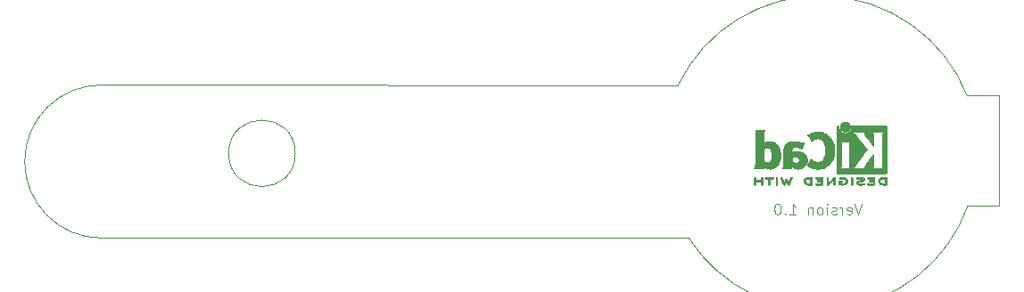
<source format=gbr>
%TF.GenerationSoftware,KiCad,Pcbnew,9.0.1*%
%TF.CreationDate,2025-06-02T10:32:27+09:00*%
%TF.ProjectId,Project 1 LED Torch,50726f6a-6563-4742-9031-204c45442054,1*%
%TF.SameCoordinates,Original*%
%TF.FileFunction,Legend,Bot*%
%TF.FilePolarity,Positive*%
%FSLAX46Y46*%
G04 Gerber Fmt 4.6, Leading zero omitted, Abs format (unit mm)*
G04 Created by KiCad (PCBNEW 9.0.1) date 2025-06-02 10:32:27*
%MOMM*%
%LPD*%
G01*
G04 APERTURE LIST*
%ADD10C,0.100000*%
%ADD11C,0.010000*%
%TA.AperFunction,Profile*%
%ADD12C,0.050000*%
%TD*%
G04 APERTURE END LIST*
D10*
X162438972Y-108291598D02*
X162105639Y-109291598D01*
X162105639Y-109291598D02*
X161772306Y-108291598D01*
X161058020Y-109243979D02*
X161153258Y-109291598D01*
X161153258Y-109291598D02*
X161343734Y-109291598D01*
X161343734Y-109291598D02*
X161438972Y-109243979D01*
X161438972Y-109243979D02*
X161486591Y-109148740D01*
X161486591Y-109148740D02*
X161486591Y-108767788D01*
X161486591Y-108767788D02*
X161438972Y-108672550D01*
X161438972Y-108672550D02*
X161343734Y-108624931D01*
X161343734Y-108624931D02*
X161153258Y-108624931D01*
X161153258Y-108624931D02*
X161058020Y-108672550D01*
X161058020Y-108672550D02*
X161010401Y-108767788D01*
X161010401Y-108767788D02*
X161010401Y-108863026D01*
X161010401Y-108863026D02*
X161486591Y-108958264D01*
X160581829Y-109291598D02*
X160581829Y-108624931D01*
X160581829Y-108815407D02*
X160534210Y-108720169D01*
X160534210Y-108720169D02*
X160486591Y-108672550D01*
X160486591Y-108672550D02*
X160391353Y-108624931D01*
X160391353Y-108624931D02*
X160296115Y-108624931D01*
X160010400Y-109243979D02*
X159915162Y-109291598D01*
X159915162Y-109291598D02*
X159724686Y-109291598D01*
X159724686Y-109291598D02*
X159629448Y-109243979D01*
X159629448Y-109243979D02*
X159581829Y-109148740D01*
X159581829Y-109148740D02*
X159581829Y-109101121D01*
X159581829Y-109101121D02*
X159629448Y-109005883D01*
X159629448Y-109005883D02*
X159724686Y-108958264D01*
X159724686Y-108958264D02*
X159867543Y-108958264D01*
X159867543Y-108958264D02*
X159962781Y-108910645D01*
X159962781Y-108910645D02*
X160010400Y-108815407D01*
X160010400Y-108815407D02*
X160010400Y-108767788D01*
X160010400Y-108767788D02*
X159962781Y-108672550D01*
X159962781Y-108672550D02*
X159867543Y-108624931D01*
X159867543Y-108624931D02*
X159724686Y-108624931D01*
X159724686Y-108624931D02*
X159629448Y-108672550D01*
X159153257Y-109291598D02*
X159153257Y-108624931D01*
X159153257Y-108291598D02*
X159200876Y-108339217D01*
X159200876Y-108339217D02*
X159153257Y-108386836D01*
X159153257Y-108386836D02*
X159105638Y-108339217D01*
X159105638Y-108339217D02*
X159153257Y-108291598D01*
X159153257Y-108291598D02*
X159153257Y-108386836D01*
X158534210Y-109291598D02*
X158629448Y-109243979D01*
X158629448Y-109243979D02*
X158677067Y-109196359D01*
X158677067Y-109196359D02*
X158724686Y-109101121D01*
X158724686Y-109101121D02*
X158724686Y-108815407D01*
X158724686Y-108815407D02*
X158677067Y-108720169D01*
X158677067Y-108720169D02*
X158629448Y-108672550D01*
X158629448Y-108672550D02*
X158534210Y-108624931D01*
X158534210Y-108624931D02*
X158391353Y-108624931D01*
X158391353Y-108624931D02*
X158296115Y-108672550D01*
X158296115Y-108672550D02*
X158248496Y-108720169D01*
X158248496Y-108720169D02*
X158200877Y-108815407D01*
X158200877Y-108815407D02*
X158200877Y-109101121D01*
X158200877Y-109101121D02*
X158248496Y-109196359D01*
X158248496Y-109196359D02*
X158296115Y-109243979D01*
X158296115Y-109243979D02*
X158391353Y-109291598D01*
X158391353Y-109291598D02*
X158534210Y-109291598D01*
X157772305Y-108624931D02*
X157772305Y-109291598D01*
X157772305Y-108720169D02*
X157724686Y-108672550D01*
X157724686Y-108672550D02*
X157629448Y-108624931D01*
X157629448Y-108624931D02*
X157486591Y-108624931D01*
X157486591Y-108624931D02*
X157391353Y-108672550D01*
X157391353Y-108672550D02*
X157343734Y-108767788D01*
X157343734Y-108767788D02*
X157343734Y-109291598D01*
X155581829Y-109291598D02*
X156153257Y-109291598D01*
X155867543Y-109291598D02*
X155867543Y-108291598D01*
X155867543Y-108291598D02*
X155962781Y-108434455D01*
X155962781Y-108434455D02*
X156058019Y-108529693D01*
X156058019Y-108529693D02*
X156153257Y-108577312D01*
X155153257Y-109196359D02*
X155105638Y-109243979D01*
X155105638Y-109243979D02*
X155153257Y-109291598D01*
X155153257Y-109291598D02*
X155200876Y-109243979D01*
X155200876Y-109243979D02*
X155153257Y-109196359D01*
X155153257Y-109196359D02*
X155153257Y-109291598D01*
X154486591Y-108291598D02*
X154391353Y-108291598D01*
X154391353Y-108291598D02*
X154296115Y-108339217D01*
X154296115Y-108339217D02*
X154248496Y-108386836D01*
X154248496Y-108386836D02*
X154200877Y-108482074D01*
X154200877Y-108482074D02*
X154153258Y-108672550D01*
X154153258Y-108672550D02*
X154153258Y-108910645D01*
X154153258Y-108910645D02*
X154200877Y-109101121D01*
X154200877Y-109101121D02*
X154248496Y-109196359D01*
X154248496Y-109196359D02*
X154296115Y-109243979D01*
X154296115Y-109243979D02*
X154391353Y-109291598D01*
X154391353Y-109291598D02*
X154486591Y-109291598D01*
X154486591Y-109291598D02*
X154581829Y-109243979D01*
X154581829Y-109243979D02*
X154629448Y-109196359D01*
X154629448Y-109196359D02*
X154677067Y-109101121D01*
X154677067Y-109101121D02*
X154724686Y-108910645D01*
X154724686Y-108910645D02*
X154724686Y-108672550D01*
X154724686Y-108672550D02*
X154677067Y-108482074D01*
X154677067Y-108482074D02*
X154629448Y-108386836D01*
X154629448Y-108386836D02*
X154581829Y-108339217D01*
X154581829Y-108339217D02*
X154486591Y-108291598D01*
D11*
%TO.C,REF\u002A\u002A*%
X164775614Y-101599082D02*
X164776059Y-101730301D01*
X164776362Y-101877506D01*
X164776548Y-102041639D01*
X164776642Y-102223642D01*
X164776671Y-102424455D01*
X164776661Y-102645022D01*
X164776636Y-102886282D01*
X164776622Y-103149179D01*
X164776622Y-103191330D01*
X164776646Y-103451958D01*
X164776685Y-103691086D01*
X164776708Y-103909650D01*
X164776687Y-104108585D01*
X164776593Y-104288825D01*
X164776395Y-104451305D01*
X164776063Y-104596960D01*
X164775569Y-104726724D01*
X164774883Y-104841533D01*
X164773976Y-104942320D01*
X164772817Y-105030020D01*
X164771378Y-105105569D01*
X164769629Y-105169901D01*
X164767540Y-105223951D01*
X164765083Y-105268653D01*
X164762227Y-105304942D01*
X164758943Y-105333753D01*
X164755202Y-105356021D01*
X164750974Y-105372680D01*
X164746229Y-105384665D01*
X164740939Y-105392911D01*
X164735073Y-105398352D01*
X164728602Y-105401924D01*
X164721497Y-105404560D01*
X164713728Y-105407196D01*
X164705266Y-105410767D01*
X164700908Y-105412435D01*
X164692395Y-105414401D01*
X164679694Y-105416201D01*
X164661885Y-105417845D01*
X164638049Y-105419337D01*
X164607266Y-105420687D01*
X164568617Y-105421901D01*
X164521182Y-105422987D01*
X164464043Y-105423951D01*
X164396279Y-105424801D01*
X164316971Y-105425543D01*
X164225199Y-105426187D01*
X164120044Y-105426737D01*
X164000587Y-105427203D01*
X163865908Y-105427590D01*
X163715088Y-105427906D01*
X163547206Y-105428159D01*
X163361345Y-105428356D01*
X163156583Y-105428503D01*
X162932002Y-105428608D01*
X162686682Y-105428679D01*
X162419704Y-105428722D01*
X162381321Y-105428727D01*
X162115922Y-105428770D01*
X161872050Y-105428815D01*
X161648783Y-105428838D01*
X161445196Y-105428814D01*
X161260367Y-105428720D01*
X161093373Y-105428533D01*
X160943290Y-105428229D01*
X160809196Y-105427784D01*
X160690166Y-105427175D01*
X160585279Y-105426379D01*
X160493610Y-105425370D01*
X160414237Y-105424127D01*
X160346237Y-105422625D01*
X160288686Y-105420841D01*
X160240662Y-105418751D01*
X160201240Y-105416332D01*
X160169499Y-105413560D01*
X160144514Y-105410411D01*
X160125364Y-105406862D01*
X160111123Y-105402888D01*
X160100871Y-105398468D01*
X160093682Y-105393576D01*
X160088635Y-105388190D01*
X160084805Y-105382286D01*
X160081271Y-105375839D01*
X160077108Y-105368827D01*
X160076025Y-105366977D01*
X160073813Y-105361470D01*
X160071786Y-105353158D01*
X160069938Y-105341099D01*
X160068261Y-105324353D01*
X160066745Y-105301977D01*
X160065383Y-105273030D01*
X160064167Y-105236570D01*
X160063089Y-105191657D01*
X160062140Y-105137347D01*
X160061312Y-105072700D01*
X160060597Y-104996774D01*
X160059987Y-104908628D01*
X160059942Y-104899783D01*
X160351378Y-104899783D01*
X160355260Y-104901055D01*
X160378520Y-104903081D01*
X160420874Y-104904916D01*
X160480132Y-104906517D01*
X160554107Y-104907839D01*
X160640610Y-104908838D01*
X160737452Y-104909470D01*
X160842445Y-104909690D01*
X161540651Y-104909690D01*
X162695090Y-104909690D01*
X162694456Y-104833490D01*
X162695574Y-104791450D01*
X162701304Y-104755624D01*
X162713890Y-104718062D01*
X162735568Y-104669867D01*
X162738789Y-104663187D01*
X162764188Y-104613649D01*
X162790996Y-104565659D01*
X162813917Y-104528756D01*
X162818485Y-104522124D01*
X162840516Y-104490883D01*
X162872693Y-104445944D01*
X162913457Y-104389437D01*
X162961245Y-104323494D01*
X163014498Y-104250247D01*
X163071655Y-104171826D01*
X163131155Y-104090362D01*
X163191437Y-104007988D01*
X163250940Y-103926834D01*
X163308105Y-103849032D01*
X163361370Y-103776713D01*
X163409174Y-103712008D01*
X163449957Y-103657049D01*
X163482158Y-103613966D01*
X163504216Y-103584892D01*
X163514571Y-103571957D01*
X163519044Y-103567641D01*
X163523236Y-103565602D01*
X163526643Y-103568216D01*
X163529325Y-103577276D01*
X163531341Y-103594575D01*
X163532748Y-103621904D01*
X163533605Y-103661055D01*
X163533970Y-103713823D01*
X163533903Y-103781997D01*
X163533460Y-103867372D01*
X163532702Y-103971739D01*
X163531685Y-104096890D01*
X163531308Y-104141590D01*
X163530169Y-104262685D01*
X163528972Y-104363978D01*
X163527636Y-104447552D01*
X163526077Y-104515494D01*
X163524215Y-104569889D01*
X163521966Y-104612822D01*
X163519248Y-104646379D01*
X163515979Y-104672645D01*
X163512078Y-104693706D01*
X163507461Y-104711647D01*
X163499192Y-104738060D01*
X163475583Y-104800062D01*
X163449685Y-104852863D01*
X163424535Y-104889935D01*
X163423339Y-104891365D01*
X163421168Y-104895714D01*
X163423328Y-104899316D01*
X163431644Y-104902241D01*
X163447940Y-104904559D01*
X163474041Y-104906341D01*
X163511771Y-104907657D01*
X163562956Y-104908576D01*
X163629420Y-104909168D01*
X163712987Y-104909505D01*
X163815483Y-104909655D01*
X163938732Y-104909690D01*
X164470296Y-104909690D01*
X164431523Y-104852073D01*
X164425432Y-104843183D01*
X164414976Y-104828359D01*
X164405579Y-104814712D01*
X164397183Y-104801055D01*
X164389733Y-104786201D01*
X164383173Y-104768960D01*
X164377446Y-104748145D01*
X164372495Y-104722570D01*
X164368266Y-104691045D01*
X164364701Y-104652383D01*
X164361744Y-104605397D01*
X164359340Y-104548898D01*
X164357431Y-104481699D01*
X164355962Y-104402612D01*
X164354876Y-104310450D01*
X164354118Y-104204024D01*
X164353630Y-104082147D01*
X164353358Y-103943631D01*
X164353243Y-103787289D01*
X164353231Y-103611932D01*
X164353265Y-103416372D01*
X164353289Y-103199423D01*
X164353280Y-103076803D01*
X164353243Y-102871737D01*
X164353227Y-102687406D01*
X164353288Y-102522624D01*
X164353484Y-102376206D01*
X164353870Y-102246964D01*
X164354505Y-102133712D01*
X164355444Y-102035265D01*
X164356745Y-101950434D01*
X164358464Y-101878034D01*
X164360659Y-101816879D01*
X164363385Y-101765782D01*
X164366701Y-101723557D01*
X164370662Y-101689017D01*
X164375325Y-101660976D01*
X164380747Y-101638248D01*
X164386986Y-101619646D01*
X164394097Y-101603983D01*
X164402138Y-101590074D01*
X164411166Y-101576731D01*
X164421236Y-101562769D01*
X164432407Y-101547001D01*
X164472197Y-101489157D01*
X163412314Y-101489157D01*
X163450311Y-101552256D01*
X163464993Y-101577295D01*
X163479531Y-101604876D01*
X163491627Y-101632990D01*
X163501532Y-101663841D01*
X163509494Y-101699634D01*
X163515761Y-101742573D01*
X163520582Y-101794864D01*
X163524206Y-101858709D01*
X163526881Y-101936315D01*
X163528857Y-102029884D01*
X163530382Y-102141623D01*
X163531704Y-102273735D01*
X163532613Y-102393724D01*
X163533020Y-102510353D01*
X163532767Y-102605821D01*
X163531857Y-102679846D01*
X163530293Y-102732145D01*
X163528079Y-102762439D01*
X163525220Y-102770446D01*
X163522161Y-102767148D01*
X163504006Y-102745698D01*
X163474275Y-102709179D01*
X163434639Y-102659732D01*
X163386771Y-102599497D01*
X163332343Y-102530617D01*
X163273027Y-102455233D01*
X163210495Y-102375486D01*
X163146421Y-102293518D01*
X163082475Y-102211470D01*
X163020331Y-102131484D01*
X162961661Y-102055701D01*
X162908137Y-101986263D01*
X162861430Y-101925311D01*
X162823214Y-101874986D01*
X162795161Y-101837430D01*
X162778943Y-101814785D01*
X162733635Y-101742502D01*
X162693661Y-101662753D01*
X162672130Y-101594478D01*
X162668827Y-101537134D01*
X162674116Y-101489157D01*
X161542356Y-101489407D01*
X161581867Y-101520012D01*
X161591248Y-101527379D01*
X161654183Y-101581728D01*
X161722997Y-101649549D01*
X161799596Y-101732806D01*
X161885888Y-101833468D01*
X161903052Y-101854137D01*
X161943833Y-101903699D01*
X161993588Y-101964616D01*
X162050955Y-102035188D01*
X162114569Y-102113714D01*
X162183069Y-102198494D01*
X162255090Y-102287827D01*
X162329270Y-102380012D01*
X162344517Y-102398992D01*
X162404246Y-102473350D01*
X162478653Y-102566138D01*
X162551131Y-102656678D01*
X162620314Y-102743268D01*
X162684841Y-102824208D01*
X162743347Y-102897796D01*
X162794470Y-102962334D01*
X162836847Y-103016119D01*
X162869115Y-103057452D01*
X162889910Y-103084632D01*
X162897869Y-103095958D01*
X162896111Y-103100061D01*
X162883230Y-103120624D01*
X162858885Y-103156851D01*
X162824247Y-103207114D01*
X162780486Y-103269782D01*
X162728775Y-103343226D01*
X162670284Y-103425817D01*
X162606184Y-103515926D01*
X162537646Y-103611921D01*
X162465843Y-103712175D01*
X162391944Y-103815058D01*
X162317121Y-103918940D01*
X162242545Y-104022191D01*
X162169387Y-104123182D01*
X162098819Y-104220284D01*
X162032011Y-104311867D01*
X161970135Y-104396301D01*
X161914361Y-104471957D01*
X161865862Y-104537206D01*
X161825807Y-104590418D01*
X161795369Y-104629963D01*
X161774944Y-104655316D01*
X161728899Y-104709585D01*
X161678612Y-104766065D01*
X161631815Y-104815959D01*
X161540651Y-104909690D01*
X160842445Y-104909690D01*
X160911356Y-104909639D01*
X161009607Y-104909381D01*
X161099030Y-104908927D01*
X161177333Y-104908300D01*
X161242223Y-104907525D01*
X161291411Y-104906625D01*
X161322604Y-104905624D01*
X161333511Y-104904547D01*
X161332322Y-104901327D01*
X161322176Y-104883742D01*
X161305040Y-104857448D01*
X161296540Y-104844981D01*
X161287329Y-104830912D01*
X161279233Y-104816641D01*
X161272185Y-104800769D01*
X161266117Y-104781899D01*
X161260961Y-104758631D01*
X161256651Y-104729568D01*
X161253119Y-104693311D01*
X161250297Y-104648460D01*
X161248118Y-104593618D01*
X161246514Y-104527387D01*
X161245419Y-104448367D01*
X161244765Y-104355161D01*
X161244484Y-104246369D01*
X161244509Y-104120593D01*
X161244772Y-103976435D01*
X161245206Y-103812497D01*
X161245745Y-103627379D01*
X161246279Y-103448522D01*
X161246805Y-103289664D01*
X161247350Y-103150606D01*
X161247945Y-103029955D01*
X161248619Y-102926318D01*
X161249403Y-102838301D01*
X161250326Y-102764513D01*
X161251419Y-102703559D01*
X161252712Y-102654047D01*
X161254235Y-102614583D01*
X161256019Y-102583774D01*
X161258092Y-102560228D01*
X161260486Y-102542550D01*
X161263230Y-102529349D01*
X161266356Y-102519230D01*
X161269892Y-102510801D01*
X161273791Y-102502665D01*
X161293438Y-102465834D01*
X161312225Y-102435681D01*
X161313272Y-102434198D01*
X161327602Y-102411949D01*
X161333511Y-102398992D01*
X161332504Y-102398539D01*
X161315305Y-102397093D01*
X161278656Y-102395770D01*
X161224962Y-102394606D01*
X161156630Y-102393637D01*
X161076064Y-102392901D01*
X160985670Y-102392432D01*
X160887853Y-102392268D01*
X160442195Y-102392268D01*
X160439120Y-103569135D01*
X160436045Y-104746001D01*
X160409407Y-104804912D01*
X160397485Y-104829473D01*
X160380246Y-104859724D01*
X160367074Y-104876850D01*
X160359076Y-104884881D01*
X160351378Y-104899783D01*
X160059942Y-104899783D01*
X160059474Y-104807319D01*
X160059050Y-104691907D01*
X160058706Y-104561450D01*
X160058434Y-104415006D01*
X160058227Y-104251634D01*
X160058076Y-104070391D01*
X160057972Y-103870338D01*
X160057908Y-103650531D01*
X160057876Y-103410029D01*
X160057867Y-103147892D01*
X160057867Y-100956321D01*
X160096249Y-100917939D01*
X160123355Y-100894201D01*
X160150253Y-100882401D01*
X160186560Y-100879557D01*
X160238489Y-100879557D01*
X160238489Y-100967496D01*
X160240427Y-101017392D01*
X160259199Y-101127813D01*
X160296217Y-101229277D01*
X160349369Y-101320442D01*
X160416546Y-101399963D01*
X160495638Y-101466495D01*
X160584534Y-101518696D01*
X160681125Y-101555220D01*
X160783300Y-101574724D01*
X160888950Y-101575863D01*
X160995964Y-101557295D01*
X161102232Y-101517674D01*
X161199219Y-101459806D01*
X161284293Y-101384974D01*
X161353015Y-101296905D01*
X161403918Y-101197906D01*
X161435535Y-101090283D01*
X161446400Y-100976344D01*
X161446400Y-100879557D01*
X163066753Y-100879557D01*
X163277897Y-100879570D01*
X163482020Y-100879620D01*
X163665686Y-100879720D01*
X163829991Y-100879882D01*
X163976029Y-100880119D01*
X164104894Y-100880443D01*
X164217683Y-100880865D01*
X164315488Y-100881399D01*
X164399404Y-100882057D01*
X164470527Y-100882851D01*
X164529950Y-100883794D01*
X164578768Y-100884898D01*
X164618077Y-100886174D01*
X164648969Y-100887637D01*
X164672541Y-100889297D01*
X164689886Y-100891168D01*
X164702099Y-100893262D01*
X164710275Y-100895590D01*
X164715508Y-100898166D01*
X164721504Y-100901735D01*
X164728279Y-100905268D01*
X164734478Y-100908778D01*
X164740126Y-100913208D01*
X164745247Y-100919498D01*
X164749869Y-100928591D01*
X164754015Y-100941429D01*
X164757713Y-100958952D01*
X164760987Y-100982103D01*
X164763863Y-101011824D01*
X164766367Y-101049055D01*
X164768524Y-101094739D01*
X164770360Y-101149817D01*
X164771900Y-101215231D01*
X164773170Y-101291923D01*
X164774195Y-101380834D01*
X164775001Y-101482907D01*
X164775034Y-101489157D01*
X164775614Y-101599082D01*
G36*
X164775614Y-101599082D02*
G01*
X164776059Y-101730301D01*
X164776362Y-101877506D01*
X164776548Y-102041639D01*
X164776642Y-102223642D01*
X164776671Y-102424455D01*
X164776661Y-102645022D01*
X164776636Y-102886282D01*
X164776622Y-103149179D01*
X164776622Y-103191330D01*
X164776646Y-103451958D01*
X164776685Y-103691086D01*
X164776708Y-103909650D01*
X164776687Y-104108585D01*
X164776593Y-104288825D01*
X164776395Y-104451305D01*
X164776063Y-104596960D01*
X164775569Y-104726724D01*
X164774883Y-104841533D01*
X164773976Y-104942320D01*
X164772817Y-105030020D01*
X164771378Y-105105569D01*
X164769629Y-105169901D01*
X164767540Y-105223951D01*
X164765083Y-105268653D01*
X164762227Y-105304942D01*
X164758943Y-105333753D01*
X164755202Y-105356021D01*
X164750974Y-105372680D01*
X164746229Y-105384665D01*
X164740939Y-105392911D01*
X164735073Y-105398352D01*
X164728602Y-105401924D01*
X164721497Y-105404560D01*
X164713728Y-105407196D01*
X164705266Y-105410767D01*
X164700908Y-105412435D01*
X164692395Y-105414401D01*
X164679694Y-105416201D01*
X164661885Y-105417845D01*
X164638049Y-105419337D01*
X164607266Y-105420687D01*
X164568617Y-105421901D01*
X164521182Y-105422987D01*
X164464043Y-105423951D01*
X164396279Y-105424801D01*
X164316971Y-105425543D01*
X164225199Y-105426187D01*
X164120044Y-105426737D01*
X164000587Y-105427203D01*
X163865908Y-105427590D01*
X163715088Y-105427906D01*
X163547206Y-105428159D01*
X163361345Y-105428356D01*
X163156583Y-105428503D01*
X162932002Y-105428608D01*
X162686682Y-105428679D01*
X162419704Y-105428722D01*
X162381321Y-105428727D01*
X162115922Y-105428770D01*
X161872050Y-105428815D01*
X161648783Y-105428838D01*
X161445196Y-105428814D01*
X161260367Y-105428720D01*
X161093373Y-105428533D01*
X160943290Y-105428229D01*
X160809196Y-105427784D01*
X160690166Y-105427175D01*
X160585279Y-105426379D01*
X160493610Y-105425370D01*
X160414237Y-105424127D01*
X160346237Y-105422625D01*
X160288686Y-105420841D01*
X160240662Y-105418751D01*
X160201240Y-105416332D01*
X160169499Y-105413560D01*
X160144514Y-105410411D01*
X160125364Y-105406862D01*
X160111123Y-105402888D01*
X160100871Y-105398468D01*
X160093682Y-105393576D01*
X160088635Y-105388190D01*
X160084805Y-105382286D01*
X160081271Y-105375839D01*
X160077108Y-105368827D01*
X160076025Y-105366977D01*
X160073813Y-105361470D01*
X160071786Y-105353158D01*
X160069938Y-105341099D01*
X160068261Y-105324353D01*
X160066745Y-105301977D01*
X160065383Y-105273030D01*
X160064167Y-105236570D01*
X160063089Y-105191657D01*
X160062140Y-105137347D01*
X160061312Y-105072700D01*
X160060597Y-104996774D01*
X160059987Y-104908628D01*
X160059942Y-104899783D01*
X160351378Y-104899783D01*
X160355260Y-104901055D01*
X160378520Y-104903081D01*
X160420874Y-104904916D01*
X160480132Y-104906517D01*
X160554107Y-104907839D01*
X160640610Y-104908838D01*
X160737452Y-104909470D01*
X160842445Y-104909690D01*
X161540651Y-104909690D01*
X162695090Y-104909690D01*
X162694456Y-104833490D01*
X162695574Y-104791450D01*
X162701304Y-104755624D01*
X162713890Y-104718062D01*
X162735568Y-104669867D01*
X162738789Y-104663187D01*
X162764188Y-104613649D01*
X162790996Y-104565659D01*
X162813917Y-104528756D01*
X162818485Y-104522124D01*
X162840516Y-104490883D01*
X162872693Y-104445944D01*
X162913457Y-104389437D01*
X162961245Y-104323494D01*
X163014498Y-104250247D01*
X163071655Y-104171826D01*
X163131155Y-104090362D01*
X163191437Y-104007988D01*
X163250940Y-103926834D01*
X163308105Y-103849032D01*
X163361370Y-103776713D01*
X163409174Y-103712008D01*
X163449957Y-103657049D01*
X163482158Y-103613966D01*
X163504216Y-103584892D01*
X163514571Y-103571957D01*
X163519044Y-103567641D01*
X163523236Y-103565602D01*
X163526643Y-103568216D01*
X163529325Y-103577276D01*
X163531341Y-103594575D01*
X163532748Y-103621904D01*
X163533605Y-103661055D01*
X163533970Y-103713823D01*
X163533903Y-103781997D01*
X163533460Y-103867372D01*
X163532702Y-103971739D01*
X163531685Y-104096890D01*
X163531308Y-104141590D01*
X163530169Y-104262685D01*
X163528972Y-104363978D01*
X163527636Y-104447552D01*
X163526077Y-104515494D01*
X163524215Y-104569889D01*
X163521966Y-104612822D01*
X163519248Y-104646379D01*
X163515979Y-104672645D01*
X163512078Y-104693706D01*
X163507461Y-104711647D01*
X163499192Y-104738060D01*
X163475583Y-104800062D01*
X163449685Y-104852863D01*
X163424535Y-104889935D01*
X163423339Y-104891365D01*
X163421168Y-104895714D01*
X163423328Y-104899316D01*
X163431644Y-104902241D01*
X163447940Y-104904559D01*
X163474041Y-104906341D01*
X163511771Y-104907657D01*
X163562956Y-104908576D01*
X163629420Y-104909168D01*
X163712987Y-104909505D01*
X163815483Y-104909655D01*
X163938732Y-104909690D01*
X164470296Y-104909690D01*
X164431523Y-104852073D01*
X164425432Y-104843183D01*
X164414976Y-104828359D01*
X164405579Y-104814712D01*
X164397183Y-104801055D01*
X164389733Y-104786201D01*
X164383173Y-104768960D01*
X164377446Y-104748145D01*
X164372495Y-104722570D01*
X164368266Y-104691045D01*
X164364701Y-104652383D01*
X164361744Y-104605397D01*
X164359340Y-104548898D01*
X164357431Y-104481699D01*
X164355962Y-104402612D01*
X164354876Y-104310450D01*
X164354118Y-104204024D01*
X164353630Y-104082147D01*
X164353358Y-103943631D01*
X164353243Y-103787289D01*
X164353231Y-103611932D01*
X164353265Y-103416372D01*
X164353289Y-103199423D01*
X164353280Y-103076803D01*
X164353243Y-102871737D01*
X164353227Y-102687406D01*
X164353288Y-102522624D01*
X164353484Y-102376206D01*
X164353870Y-102246964D01*
X164354505Y-102133712D01*
X164355444Y-102035265D01*
X164356745Y-101950434D01*
X164358464Y-101878034D01*
X164360659Y-101816879D01*
X164363385Y-101765782D01*
X164366701Y-101723557D01*
X164370662Y-101689017D01*
X164375325Y-101660976D01*
X164380747Y-101638248D01*
X164386986Y-101619646D01*
X164394097Y-101603983D01*
X164402138Y-101590074D01*
X164411166Y-101576731D01*
X164421236Y-101562769D01*
X164432407Y-101547001D01*
X164472197Y-101489157D01*
X163412314Y-101489157D01*
X163450311Y-101552256D01*
X163464993Y-101577295D01*
X163479531Y-101604876D01*
X163491627Y-101632990D01*
X163501532Y-101663841D01*
X163509494Y-101699634D01*
X163515761Y-101742573D01*
X163520582Y-101794864D01*
X163524206Y-101858709D01*
X163526881Y-101936315D01*
X163528857Y-102029884D01*
X163530382Y-102141623D01*
X163531704Y-102273735D01*
X163532613Y-102393724D01*
X163533020Y-102510353D01*
X163532767Y-102605821D01*
X163531857Y-102679846D01*
X163530293Y-102732145D01*
X163528079Y-102762439D01*
X163525220Y-102770446D01*
X163522161Y-102767148D01*
X163504006Y-102745698D01*
X163474275Y-102709179D01*
X163434639Y-102659732D01*
X163386771Y-102599497D01*
X163332343Y-102530617D01*
X163273027Y-102455233D01*
X163210495Y-102375486D01*
X163146421Y-102293518D01*
X163082475Y-102211470D01*
X163020331Y-102131484D01*
X162961661Y-102055701D01*
X162908137Y-101986263D01*
X162861430Y-101925311D01*
X162823214Y-101874986D01*
X162795161Y-101837430D01*
X162778943Y-101814785D01*
X162733635Y-101742502D01*
X162693661Y-101662753D01*
X162672130Y-101594478D01*
X162668827Y-101537134D01*
X162674116Y-101489157D01*
X161542356Y-101489407D01*
X161581867Y-101520012D01*
X161591248Y-101527379D01*
X161654183Y-101581728D01*
X161722997Y-101649549D01*
X161799596Y-101732806D01*
X161885888Y-101833468D01*
X161903052Y-101854137D01*
X161943833Y-101903699D01*
X161993588Y-101964616D01*
X162050955Y-102035188D01*
X162114569Y-102113714D01*
X162183069Y-102198494D01*
X162255090Y-102287827D01*
X162329270Y-102380012D01*
X162344517Y-102398992D01*
X162404246Y-102473350D01*
X162478653Y-102566138D01*
X162551131Y-102656678D01*
X162620314Y-102743268D01*
X162684841Y-102824208D01*
X162743347Y-102897796D01*
X162794470Y-102962334D01*
X162836847Y-103016119D01*
X162869115Y-103057452D01*
X162889910Y-103084632D01*
X162897869Y-103095958D01*
X162896111Y-103100061D01*
X162883230Y-103120624D01*
X162858885Y-103156851D01*
X162824247Y-103207114D01*
X162780486Y-103269782D01*
X162728775Y-103343226D01*
X162670284Y-103425817D01*
X162606184Y-103515926D01*
X162537646Y-103611921D01*
X162465843Y-103712175D01*
X162391944Y-103815058D01*
X162317121Y-103918940D01*
X162242545Y-104022191D01*
X162169387Y-104123182D01*
X162098819Y-104220284D01*
X162032011Y-104311867D01*
X161970135Y-104396301D01*
X161914361Y-104471957D01*
X161865862Y-104537206D01*
X161825807Y-104590418D01*
X161795369Y-104629963D01*
X161774944Y-104655316D01*
X161728899Y-104709585D01*
X161678612Y-104766065D01*
X161631815Y-104815959D01*
X161540651Y-104909690D01*
X160842445Y-104909690D01*
X160911356Y-104909639D01*
X161009607Y-104909381D01*
X161099030Y-104908927D01*
X161177333Y-104908300D01*
X161242223Y-104907525D01*
X161291411Y-104906625D01*
X161322604Y-104905624D01*
X161333511Y-104904547D01*
X161332322Y-104901327D01*
X161322176Y-104883742D01*
X161305040Y-104857448D01*
X161296540Y-104844981D01*
X161287329Y-104830912D01*
X161279233Y-104816641D01*
X161272185Y-104800769D01*
X161266117Y-104781899D01*
X161260961Y-104758631D01*
X161256651Y-104729568D01*
X161253119Y-104693311D01*
X161250297Y-104648460D01*
X161248118Y-104593618D01*
X161246514Y-104527387D01*
X161245419Y-104448367D01*
X161244765Y-104355161D01*
X161244484Y-104246369D01*
X161244509Y-104120593D01*
X161244772Y-103976435D01*
X161245206Y-103812497D01*
X161245745Y-103627379D01*
X161246279Y-103448522D01*
X161246805Y-103289664D01*
X161247350Y-103150606D01*
X161247945Y-103029955D01*
X161248619Y-102926318D01*
X161249403Y-102838301D01*
X161250326Y-102764513D01*
X161251419Y-102703559D01*
X161252712Y-102654047D01*
X161254235Y-102614583D01*
X161256019Y-102583774D01*
X161258092Y-102560228D01*
X161260486Y-102542550D01*
X161263230Y-102529349D01*
X161266356Y-102519230D01*
X161269892Y-102510801D01*
X161273791Y-102502665D01*
X161293438Y-102465834D01*
X161312225Y-102435681D01*
X161313272Y-102434198D01*
X161327602Y-102411949D01*
X161333511Y-102398992D01*
X161332504Y-102398539D01*
X161315305Y-102397093D01*
X161278656Y-102395770D01*
X161224962Y-102394606D01*
X161156630Y-102393637D01*
X161076064Y-102392901D01*
X160985670Y-102392432D01*
X160887853Y-102392268D01*
X160442195Y-102392268D01*
X160439120Y-103569135D01*
X160436045Y-104746001D01*
X160409407Y-104804912D01*
X160397485Y-104829473D01*
X160380246Y-104859724D01*
X160367074Y-104876850D01*
X160359076Y-104884881D01*
X160351378Y-104899783D01*
X160059942Y-104899783D01*
X160059474Y-104807319D01*
X160059050Y-104691907D01*
X160058706Y-104561450D01*
X160058434Y-104415006D01*
X160058227Y-104251634D01*
X160058076Y-104070391D01*
X160057972Y-103870338D01*
X160057908Y-103650531D01*
X160057876Y-103410029D01*
X160057867Y-103147892D01*
X160057867Y-100956321D01*
X160096249Y-100917939D01*
X160123355Y-100894201D01*
X160150253Y-100882401D01*
X160186560Y-100879557D01*
X160238489Y-100879557D01*
X160238489Y-100967496D01*
X160240427Y-101017392D01*
X160259199Y-101127813D01*
X160296217Y-101229277D01*
X160349369Y-101320442D01*
X160416546Y-101399963D01*
X160495638Y-101466495D01*
X160584534Y-101518696D01*
X160681125Y-101555220D01*
X160783300Y-101574724D01*
X160888950Y-101575863D01*
X160995964Y-101557295D01*
X161102232Y-101517674D01*
X161199219Y-101459806D01*
X161284293Y-101384974D01*
X161353015Y-101296905D01*
X161403918Y-101197906D01*
X161435535Y-101090283D01*
X161446400Y-100976344D01*
X161446400Y-100879557D01*
X163066753Y-100879557D01*
X163277897Y-100879570D01*
X163482020Y-100879620D01*
X163665686Y-100879720D01*
X163829991Y-100879882D01*
X163976029Y-100880119D01*
X164104894Y-100880443D01*
X164217683Y-100880865D01*
X164315488Y-100881399D01*
X164399404Y-100882057D01*
X164470527Y-100882851D01*
X164529950Y-100883794D01*
X164578768Y-100884898D01*
X164618077Y-100886174D01*
X164648969Y-100887637D01*
X164672541Y-100889297D01*
X164689886Y-100891168D01*
X164702099Y-100893262D01*
X164710275Y-100895590D01*
X164715508Y-100898166D01*
X164721504Y-100901735D01*
X164728279Y-100905268D01*
X164734478Y-100908778D01*
X164740126Y-100913208D01*
X164745247Y-100919498D01*
X164749869Y-100928591D01*
X164754015Y-100941429D01*
X164757713Y-100958952D01*
X164760987Y-100982103D01*
X164763863Y-101011824D01*
X164766367Y-101049055D01*
X164768524Y-101094739D01*
X164770360Y-101149817D01*
X164771900Y-101215231D01*
X164773170Y-101291923D01*
X164774195Y-101380834D01*
X164775001Y-101482907D01*
X164775034Y-101489157D01*
X164775614Y-101599082D01*
G37*
X157227755Y-104130757D02*
X157227261Y-104164653D01*
X157223632Y-104239492D01*
X157216022Y-104301691D01*
X157203688Y-104358274D01*
X157159313Y-104484366D01*
X157096400Y-104598969D01*
X157016238Y-104699858D01*
X156919740Y-104786214D01*
X156807822Y-104857222D01*
X156681397Y-104912066D01*
X156541378Y-104949928D01*
X156505149Y-104955641D01*
X156426155Y-104961603D01*
X156337841Y-104961936D01*
X156248075Y-104956949D01*
X156164722Y-104946956D01*
X156095651Y-104932268D01*
X156009187Y-104902039D01*
X155899286Y-104847347D01*
X155801956Y-104779833D01*
X155739867Y-104728846D01*
X155736605Y-104824912D01*
X155733343Y-104920979D01*
X155310450Y-104920979D01*
X155299543Y-104920976D01*
X155205056Y-104920670D01*
X155118331Y-104919906D01*
X155041837Y-104918741D01*
X154978043Y-104917232D01*
X154929418Y-104915437D01*
X154898433Y-104913411D01*
X154887556Y-104911212D01*
X154887578Y-104910753D01*
X154894614Y-104895200D01*
X154910434Y-104872361D01*
X154914734Y-104866928D01*
X154925777Y-104852896D01*
X154935311Y-104839476D01*
X154943461Y-104825012D01*
X154950352Y-104807846D01*
X154956111Y-104786324D01*
X154960862Y-104758788D01*
X154964731Y-104723582D01*
X154967844Y-104679050D01*
X154970325Y-104623536D01*
X154972300Y-104555383D01*
X154973894Y-104472935D01*
X154975234Y-104374536D01*
X154976444Y-104258529D01*
X154977649Y-104123258D01*
X154978595Y-104011876D01*
X155779378Y-104011876D01*
X155779378Y-104207752D01*
X155824048Y-104264263D01*
X155836785Y-104279502D01*
X155883604Y-104322134D01*
X155944255Y-104357962D01*
X155954897Y-104363140D01*
X155993676Y-104380035D01*
X156028692Y-104390199D01*
X156068722Y-104395615D01*
X156122541Y-104398268D01*
X156140648Y-104398673D01*
X156216011Y-104395830D01*
X156276743Y-104383910D01*
X156328452Y-104361327D01*
X156376746Y-104326501D01*
X156381803Y-104322088D01*
X156430272Y-104266450D01*
X156458459Y-104202623D01*
X156467752Y-104127572D01*
X156460520Y-104055983D01*
X156435796Y-103992935D01*
X156391249Y-103935048D01*
X156336319Y-103888098D01*
X156263894Y-103848251D01*
X156177340Y-103820553D01*
X156074670Y-103804386D01*
X155953894Y-103799132D01*
X155945007Y-103799147D01*
X155889660Y-103799945D01*
X155842736Y-103801778D01*
X155808953Y-103804401D01*
X155793028Y-103807564D01*
X155788943Y-103814031D01*
X155784572Y-103836165D01*
X155781604Y-103875278D01*
X155779914Y-103933229D01*
X155779378Y-104011876D01*
X154978595Y-104011876D01*
X154978975Y-103967068D01*
X154980228Y-103824302D01*
X154981651Y-103679232D01*
X154983176Y-103553317D01*
X154984933Y-103444726D01*
X154987051Y-103351624D01*
X154989660Y-103272181D01*
X154992890Y-103204563D01*
X154996869Y-103146939D01*
X155001728Y-103097475D01*
X155007597Y-103054340D01*
X155014604Y-103015700D01*
X155022880Y-102979724D01*
X155032554Y-102944579D01*
X155043756Y-102908432D01*
X155056616Y-102869451D01*
X155072090Y-102826381D01*
X155114994Y-102734161D01*
X155168735Y-102654389D01*
X155237576Y-102580255D01*
X155315185Y-102516695D01*
X155419761Y-102455015D01*
X155539244Y-102407492D01*
X155674508Y-102373857D01*
X155826426Y-102353842D01*
X155995872Y-102347179D01*
X156053890Y-102347577D01*
X156119398Y-102349625D01*
X156180693Y-102353994D01*
X156242097Y-102361325D01*
X156307932Y-102372259D01*
X156382520Y-102387437D01*
X156470184Y-102407499D01*
X156575245Y-102433087D01*
X156603806Y-102440110D01*
X156679054Y-102458066D01*
X156749388Y-102474110D01*
X156810567Y-102487318D01*
X156858354Y-102496764D01*
X156888511Y-102501521D01*
X156916783Y-102505200D01*
X156943060Y-102510477D01*
X156953059Y-102515232D01*
X156949952Y-102524071D01*
X156939194Y-102551362D01*
X156921864Y-102594196D01*
X156899126Y-102649715D01*
X156872147Y-102715062D01*
X156842090Y-102787379D01*
X156835493Y-102803169D01*
X156796907Y-102893774D01*
X156765768Y-102963507D01*
X156741917Y-103012695D01*
X156725198Y-103041664D01*
X156715454Y-103050742D01*
X156707766Y-103048695D01*
X156681415Y-103039050D01*
X156642982Y-103023480D01*
X156597822Y-103004105D01*
X156503293Y-102966104D01*
X156366480Y-102925070D01*
X156225289Y-102899902D01*
X156187314Y-102895901D01*
X156084059Y-102893737D01*
X155996952Y-102906912D01*
X155925129Y-102936046D01*
X155867731Y-102981756D01*
X155823896Y-103044662D01*
X155792762Y-103125382D01*
X155773470Y-103224535D01*
X155766050Y-103283514D01*
X155927936Y-103276735D01*
X156054495Y-103275103D01*
X156205951Y-103281484D01*
X156354396Y-103296067D01*
X156490578Y-103318172D01*
X156555245Y-103333111D01*
X156687490Y-103376031D01*
X156809762Y-103432630D01*
X156919685Y-103501307D01*
X157014883Y-103580460D01*
X157092980Y-103668486D01*
X157151599Y-103763783D01*
X157175595Y-103816154D01*
X157201232Y-103886880D01*
X157217478Y-103958102D01*
X157225822Y-104037002D01*
X157227690Y-104127572D01*
X157227755Y-104130757D01*
G36*
X157227755Y-104130757D02*
G01*
X157227261Y-104164653D01*
X157223632Y-104239492D01*
X157216022Y-104301691D01*
X157203688Y-104358274D01*
X157159313Y-104484366D01*
X157096400Y-104598969D01*
X157016238Y-104699858D01*
X156919740Y-104786214D01*
X156807822Y-104857222D01*
X156681397Y-104912066D01*
X156541378Y-104949928D01*
X156505149Y-104955641D01*
X156426155Y-104961603D01*
X156337841Y-104961936D01*
X156248075Y-104956949D01*
X156164722Y-104946956D01*
X156095651Y-104932268D01*
X156009187Y-104902039D01*
X155899286Y-104847347D01*
X155801956Y-104779833D01*
X155739867Y-104728846D01*
X155736605Y-104824912D01*
X155733343Y-104920979D01*
X155310450Y-104920979D01*
X155299543Y-104920976D01*
X155205056Y-104920670D01*
X155118331Y-104919906D01*
X155041837Y-104918741D01*
X154978043Y-104917232D01*
X154929418Y-104915437D01*
X154898433Y-104913411D01*
X154887556Y-104911212D01*
X154887578Y-104910753D01*
X154894614Y-104895200D01*
X154910434Y-104872361D01*
X154914734Y-104866928D01*
X154925777Y-104852896D01*
X154935311Y-104839476D01*
X154943461Y-104825012D01*
X154950352Y-104807846D01*
X154956111Y-104786324D01*
X154960862Y-104758788D01*
X154964731Y-104723582D01*
X154967844Y-104679050D01*
X154970325Y-104623536D01*
X154972300Y-104555383D01*
X154973894Y-104472935D01*
X154975234Y-104374536D01*
X154976444Y-104258529D01*
X154977649Y-104123258D01*
X154978595Y-104011876D01*
X155779378Y-104011876D01*
X155779378Y-104207752D01*
X155824048Y-104264263D01*
X155836785Y-104279502D01*
X155883604Y-104322134D01*
X155944255Y-104357962D01*
X155954897Y-104363140D01*
X155993676Y-104380035D01*
X156028692Y-104390199D01*
X156068722Y-104395615D01*
X156122541Y-104398268D01*
X156140648Y-104398673D01*
X156216011Y-104395830D01*
X156276743Y-104383910D01*
X156328452Y-104361327D01*
X156376746Y-104326501D01*
X156381803Y-104322088D01*
X156430272Y-104266450D01*
X156458459Y-104202623D01*
X156467752Y-104127572D01*
X156460520Y-104055983D01*
X156435796Y-103992935D01*
X156391249Y-103935048D01*
X156336319Y-103888098D01*
X156263894Y-103848251D01*
X156177340Y-103820553D01*
X156074670Y-103804386D01*
X155953894Y-103799132D01*
X155945007Y-103799147D01*
X155889660Y-103799945D01*
X155842736Y-103801778D01*
X155808953Y-103804401D01*
X155793028Y-103807564D01*
X155788943Y-103814031D01*
X155784572Y-103836165D01*
X155781604Y-103875278D01*
X155779914Y-103933229D01*
X155779378Y-104011876D01*
X154978595Y-104011876D01*
X154978975Y-103967068D01*
X154980228Y-103824302D01*
X154981651Y-103679232D01*
X154983176Y-103553317D01*
X154984933Y-103444726D01*
X154987051Y-103351624D01*
X154989660Y-103272181D01*
X154992890Y-103204563D01*
X154996869Y-103146939D01*
X155001728Y-103097475D01*
X155007597Y-103054340D01*
X155014604Y-103015700D01*
X155022880Y-102979724D01*
X155032554Y-102944579D01*
X155043756Y-102908432D01*
X155056616Y-102869451D01*
X155072090Y-102826381D01*
X155114994Y-102734161D01*
X155168735Y-102654389D01*
X155237576Y-102580255D01*
X155315185Y-102516695D01*
X155419761Y-102455015D01*
X155539244Y-102407492D01*
X155674508Y-102373857D01*
X155826426Y-102353842D01*
X155995872Y-102347179D01*
X156053890Y-102347577D01*
X156119398Y-102349625D01*
X156180693Y-102353994D01*
X156242097Y-102361325D01*
X156307932Y-102372259D01*
X156382520Y-102387437D01*
X156470184Y-102407499D01*
X156575245Y-102433087D01*
X156603806Y-102440110D01*
X156679054Y-102458066D01*
X156749388Y-102474110D01*
X156810567Y-102487318D01*
X156858354Y-102496764D01*
X156888511Y-102501521D01*
X156916783Y-102505200D01*
X156943060Y-102510477D01*
X156953059Y-102515232D01*
X156949952Y-102524071D01*
X156939194Y-102551362D01*
X156921864Y-102594196D01*
X156899126Y-102649715D01*
X156872147Y-102715062D01*
X156842090Y-102787379D01*
X156835493Y-102803169D01*
X156796907Y-102893774D01*
X156765768Y-102963507D01*
X156741917Y-103012695D01*
X156725198Y-103041664D01*
X156715454Y-103050742D01*
X156707766Y-103048695D01*
X156681415Y-103039050D01*
X156642982Y-103023480D01*
X156597822Y-103004105D01*
X156503293Y-102966104D01*
X156366480Y-102925070D01*
X156225289Y-102899902D01*
X156187314Y-102895901D01*
X156084059Y-102893737D01*
X155996952Y-102906912D01*
X155925129Y-102936046D01*
X155867731Y-102981756D01*
X155823896Y-103044662D01*
X155792762Y-103125382D01*
X155773470Y-103224535D01*
X155766050Y-103283514D01*
X155927936Y-103276735D01*
X156054495Y-103275103D01*
X156205951Y-103281484D01*
X156354396Y-103296067D01*
X156490578Y-103318172D01*
X156555245Y-103333111D01*
X156687490Y-103376031D01*
X156809762Y-103432630D01*
X156919685Y-103501307D01*
X157014883Y-103580460D01*
X157092980Y-103668486D01*
X157151599Y-103763783D01*
X157175595Y-103816154D01*
X157201232Y-103886880D01*
X157217478Y-103958102D01*
X157225822Y-104037002D01*
X157227690Y-104127572D01*
X157227755Y-104130757D01*
G37*
X154685994Y-103730001D02*
X154685268Y-103807448D01*
X154676689Y-103958884D01*
X154657833Y-104095573D01*
X154627837Y-104221566D01*
X154585836Y-104340915D01*
X154530969Y-104457671D01*
X154464167Y-104568469D01*
X154373363Y-104682029D01*
X154269708Y-104777501D01*
X154153887Y-104854363D01*
X154026586Y-104912087D01*
X153888489Y-104950148D01*
X153850793Y-104955956D01*
X153771752Y-104961686D01*
X153683629Y-104961873D01*
X153594236Y-104956829D01*
X153511384Y-104946868D01*
X153442887Y-104932302D01*
X153412035Y-104922654D01*
X153334730Y-104892413D01*
X153257679Y-104854907D01*
X153188200Y-104813904D01*
X153133615Y-104773169D01*
X153110916Y-104753795D01*
X153088201Y-104735952D01*
X153076779Y-104729068D01*
X153075537Y-104730714D01*
X153072728Y-104748495D01*
X153070776Y-104781660D01*
X153070045Y-104825023D01*
X153070045Y-104920979D01*
X152211896Y-104920979D01*
X152246161Y-104860264D01*
X152251355Y-104851158D01*
X152259715Y-104836539D01*
X152267288Y-104822463D01*
X152274112Y-104807830D01*
X152280227Y-104791539D01*
X152285673Y-104772488D01*
X152290487Y-104749576D01*
X152294708Y-104721703D01*
X152298377Y-104687768D01*
X152301531Y-104646669D01*
X152304211Y-104597305D01*
X152306454Y-104538576D01*
X152308299Y-104469380D01*
X152309787Y-104388616D01*
X152310955Y-104295184D01*
X152311844Y-104187982D01*
X152312491Y-104065910D01*
X152312936Y-103927866D01*
X152313218Y-103772749D01*
X152313375Y-103599458D01*
X152313448Y-103406893D01*
X152313474Y-103193952D01*
X152313485Y-103057820D01*
X153115200Y-103057820D01*
X153115200Y-104208011D01*
X153185756Y-104254379D01*
X153226417Y-104278081D01*
X153280546Y-104303929D01*
X153329689Y-104322119D01*
X153393165Y-104337841D01*
X153489331Y-104348831D01*
X153573900Y-104340655D01*
X153647219Y-104313095D01*
X153709637Y-104265932D01*
X153761502Y-104198948D01*
X153803160Y-104111923D01*
X153834962Y-104004640D01*
X153837545Y-103992299D01*
X153846000Y-103931062D01*
X153851663Y-103853982D01*
X153854576Y-103766292D01*
X153854783Y-103673224D01*
X153852330Y-103580010D01*
X153847261Y-103491884D01*
X153839619Y-103414078D01*
X153829448Y-103351823D01*
X153828167Y-103345956D01*
X153799126Y-103235411D01*
X153764610Y-103144865D01*
X153723456Y-103072243D01*
X153674499Y-103015471D01*
X153616574Y-102972474D01*
X153584620Y-102956905D01*
X153511784Y-102938012D01*
X153430443Y-102934755D01*
X153345319Y-102946679D01*
X153261133Y-102973330D01*
X153182608Y-103014252D01*
X153115200Y-103057820D01*
X152313485Y-103057820D01*
X152313493Y-102959535D01*
X152313689Y-101274668D01*
X153219017Y-101274668D01*
X153194585Y-101311357D01*
X153188318Y-101320937D01*
X153162208Y-101367271D01*
X153144469Y-101414392D01*
X153132908Y-101469541D01*
X153125331Y-101539957D01*
X153124839Y-101546940D01*
X153123062Y-101584931D01*
X153121444Y-101638866D01*
X153119999Y-101705993D01*
X153118740Y-101783561D01*
X153117680Y-101868818D01*
X153116829Y-101959014D01*
X153116203Y-102051397D01*
X153115812Y-102143215D01*
X153115670Y-102231717D01*
X153115790Y-102314152D01*
X153116183Y-102387769D01*
X153116862Y-102449816D01*
X153117841Y-102497541D01*
X153119132Y-102528194D01*
X153120747Y-102539023D01*
X153128957Y-102534623D01*
X153150647Y-102519652D01*
X153180014Y-102497738D01*
X153228879Y-102463526D01*
X153317125Y-102417004D01*
X153415916Y-102383336D01*
X153528510Y-102361521D01*
X153658164Y-102350555D01*
X153750670Y-102349509D01*
X153872011Y-102359304D01*
X153982099Y-102383464D01*
X154085389Y-102423075D01*
X154186338Y-102479222D01*
X154231503Y-102510173D01*
X154336911Y-102601405D01*
X154428538Y-102710396D01*
X154506332Y-102837016D01*
X154570241Y-102981135D01*
X154620214Y-103142622D01*
X154656198Y-103321349D01*
X154678143Y-103517185D01*
X154683900Y-103673224D01*
X154685994Y-103730001D01*
G36*
X154685994Y-103730001D02*
G01*
X154685268Y-103807448D01*
X154676689Y-103958884D01*
X154657833Y-104095573D01*
X154627837Y-104221566D01*
X154585836Y-104340915D01*
X154530969Y-104457671D01*
X154464167Y-104568469D01*
X154373363Y-104682029D01*
X154269708Y-104777501D01*
X154153887Y-104854363D01*
X154026586Y-104912087D01*
X153888489Y-104950148D01*
X153850793Y-104955956D01*
X153771752Y-104961686D01*
X153683629Y-104961873D01*
X153594236Y-104956829D01*
X153511384Y-104946868D01*
X153442887Y-104932302D01*
X153412035Y-104922654D01*
X153334730Y-104892413D01*
X153257679Y-104854907D01*
X153188200Y-104813904D01*
X153133615Y-104773169D01*
X153110916Y-104753795D01*
X153088201Y-104735952D01*
X153076779Y-104729068D01*
X153075537Y-104730714D01*
X153072728Y-104748495D01*
X153070776Y-104781660D01*
X153070045Y-104825023D01*
X153070045Y-104920979D01*
X152211896Y-104920979D01*
X152246161Y-104860264D01*
X152251355Y-104851158D01*
X152259715Y-104836539D01*
X152267288Y-104822463D01*
X152274112Y-104807830D01*
X152280227Y-104791539D01*
X152285673Y-104772488D01*
X152290487Y-104749576D01*
X152294708Y-104721703D01*
X152298377Y-104687768D01*
X152301531Y-104646669D01*
X152304211Y-104597305D01*
X152306454Y-104538576D01*
X152308299Y-104469380D01*
X152309787Y-104388616D01*
X152310955Y-104295184D01*
X152311844Y-104187982D01*
X152312491Y-104065910D01*
X152312936Y-103927866D01*
X152313218Y-103772749D01*
X152313375Y-103599458D01*
X152313448Y-103406893D01*
X152313474Y-103193952D01*
X152313485Y-103057820D01*
X153115200Y-103057820D01*
X153115200Y-104208011D01*
X153185756Y-104254379D01*
X153226417Y-104278081D01*
X153280546Y-104303929D01*
X153329689Y-104322119D01*
X153393165Y-104337841D01*
X153489331Y-104348831D01*
X153573900Y-104340655D01*
X153647219Y-104313095D01*
X153709637Y-104265932D01*
X153761502Y-104198948D01*
X153803160Y-104111923D01*
X153834962Y-104004640D01*
X153837545Y-103992299D01*
X153846000Y-103931062D01*
X153851663Y-103853982D01*
X153854576Y-103766292D01*
X153854783Y-103673224D01*
X153852330Y-103580010D01*
X153847261Y-103491884D01*
X153839619Y-103414078D01*
X153829448Y-103351823D01*
X153828167Y-103345956D01*
X153799126Y-103235411D01*
X153764610Y-103144865D01*
X153723456Y-103072243D01*
X153674499Y-103015471D01*
X153616574Y-102972474D01*
X153584620Y-102956905D01*
X153511784Y-102938012D01*
X153430443Y-102934755D01*
X153345319Y-102946679D01*
X153261133Y-102973330D01*
X153182608Y-103014252D01*
X153115200Y-103057820D01*
X152313485Y-103057820D01*
X152313493Y-102959535D01*
X152313689Y-101274668D01*
X153219017Y-101274668D01*
X153194585Y-101311357D01*
X153188318Y-101320937D01*
X153162208Y-101367271D01*
X153144469Y-101414392D01*
X153132908Y-101469541D01*
X153125331Y-101539957D01*
X153124839Y-101546940D01*
X153123062Y-101584931D01*
X153121444Y-101638866D01*
X153119999Y-101705993D01*
X153118740Y-101783561D01*
X153117680Y-101868818D01*
X153116829Y-101959014D01*
X153116203Y-102051397D01*
X153115812Y-102143215D01*
X153115670Y-102231717D01*
X153115790Y-102314152D01*
X153116183Y-102387769D01*
X153116862Y-102449816D01*
X153117841Y-102497541D01*
X153119132Y-102528194D01*
X153120747Y-102539023D01*
X153128957Y-102534623D01*
X153150647Y-102519652D01*
X153180014Y-102497738D01*
X153228879Y-102463526D01*
X153317125Y-102417004D01*
X153415916Y-102383336D01*
X153528510Y-102361521D01*
X153658164Y-102350555D01*
X153750670Y-102349509D01*
X153872011Y-102359304D01*
X153982099Y-102383464D01*
X154085389Y-102423075D01*
X154186338Y-102479222D01*
X154231503Y-102510173D01*
X154336911Y-102601405D01*
X154428538Y-102710396D01*
X154506332Y-102837016D01*
X154570241Y-102981135D01*
X154620214Y-103142622D01*
X154656198Y-103321349D01*
X154678143Y-103517185D01*
X154683900Y-103673224D01*
X154685994Y-103730001D01*
G37*
X158488711Y-101449323D02*
X158584268Y-101466813D01*
X158748558Y-101511854D01*
X158902589Y-101574946D01*
X159048509Y-101657205D01*
X159188466Y-101759747D01*
X159324608Y-101883689D01*
X159368473Y-101928951D01*
X159480758Y-102061155D01*
X159573972Y-102199122D01*
X159650719Y-102347040D01*
X159713603Y-102509093D01*
X159717420Y-102520681D01*
X159767507Y-102706682D01*
X159800899Y-102902811D01*
X159817584Y-103104858D01*
X159817551Y-103308615D01*
X159800791Y-103509871D01*
X159767292Y-103704418D01*
X159717044Y-103888046D01*
X159673190Y-104005343D01*
X159595348Y-104168241D01*
X159501828Y-104322156D01*
X159394822Y-104463961D01*
X159276519Y-104590529D01*
X159149111Y-104698731D01*
X159071606Y-104751410D01*
X158944725Y-104821040D01*
X158807243Y-104879758D01*
X158665716Y-104924877D01*
X158526702Y-104953712D01*
X158512597Y-104955396D01*
X158469153Y-104958724D01*
X158411723Y-104961565D01*
X158346122Y-104963663D01*
X158278167Y-104964758D01*
X158151378Y-104962430D01*
X158003673Y-104949426D01*
X157865779Y-104924423D01*
X157732014Y-104886608D01*
X157708562Y-104878179D01*
X157660612Y-104858698D01*
X157604140Y-104833763D01*
X157542379Y-104805012D01*
X157478563Y-104774080D01*
X157415926Y-104742605D01*
X157357703Y-104712224D01*
X157307127Y-104684573D01*
X157267433Y-104661289D01*
X157241854Y-104644008D01*
X157233625Y-104634369D01*
X157235076Y-104631274D01*
X157246250Y-104611369D01*
X157267134Y-104575710D01*
X157296265Y-104526749D01*
X157332181Y-104466936D01*
X157373420Y-104398723D01*
X157418517Y-104324561D01*
X157599785Y-104027298D01*
X157646315Y-104071829D01*
X157737723Y-104150155D01*
X157851334Y-104224729D01*
X157969122Y-104278764D01*
X158089559Y-104311580D01*
X158211117Y-104322501D01*
X158252585Y-104321158D01*
X158370080Y-104302902D01*
X158480089Y-104263907D01*
X158581430Y-104204960D01*
X158672921Y-104126847D01*
X158753380Y-104030354D01*
X158821627Y-103916268D01*
X158837908Y-103882014D01*
X158883982Y-103758530D01*
X158919106Y-103620208D01*
X158943197Y-103470851D01*
X158956173Y-103314263D01*
X158957949Y-103154246D01*
X158948443Y-102994604D01*
X158927572Y-102839140D01*
X158895252Y-102691656D01*
X158851399Y-102555957D01*
X158813982Y-102469366D01*
X158749185Y-102355978D01*
X158673772Y-102262360D01*
X158587418Y-102188249D01*
X158489795Y-102133384D01*
X158380577Y-102097502D01*
X158259439Y-102080341D01*
X158190038Y-102079170D01*
X158067168Y-102093431D01*
X157951664Y-102128531D01*
X157844953Y-102183972D01*
X157748464Y-102259254D01*
X157732720Y-102273730D01*
X157702150Y-102300252D01*
X157679809Y-102317428D01*
X157669691Y-102322077D01*
X157667706Y-102319887D01*
X157653241Y-102301011D01*
X157629400Y-102267687D01*
X157598029Y-102222670D01*
X157560974Y-102168715D01*
X157520083Y-102108575D01*
X157477202Y-102045008D01*
X157434178Y-101980766D01*
X157392857Y-101918605D01*
X157355086Y-101861281D01*
X157322712Y-101811547D01*
X157297582Y-101772158D01*
X157281542Y-101745870D01*
X157276439Y-101735437D01*
X157281050Y-101731231D01*
X157300267Y-101726223D01*
X157309838Y-101723676D01*
X157337809Y-101712539D01*
X157379448Y-101694092D01*
X157430995Y-101670015D01*
X157488690Y-101641989D01*
X157499957Y-101636444D01*
X157677687Y-101557179D01*
X157847490Y-101497675D01*
X158011430Y-101457535D01*
X158171571Y-101436361D01*
X158329977Y-101433756D01*
X158488711Y-101449323D01*
G36*
X158488711Y-101449323D02*
G01*
X158584268Y-101466813D01*
X158748558Y-101511854D01*
X158902589Y-101574946D01*
X159048509Y-101657205D01*
X159188466Y-101759747D01*
X159324608Y-101883689D01*
X159368473Y-101928951D01*
X159480758Y-102061155D01*
X159573972Y-102199122D01*
X159650719Y-102347040D01*
X159713603Y-102509093D01*
X159717420Y-102520681D01*
X159767507Y-102706682D01*
X159800899Y-102902811D01*
X159817584Y-103104858D01*
X159817551Y-103308615D01*
X159800791Y-103509871D01*
X159767292Y-103704418D01*
X159717044Y-103888046D01*
X159673190Y-104005343D01*
X159595348Y-104168241D01*
X159501828Y-104322156D01*
X159394822Y-104463961D01*
X159276519Y-104590529D01*
X159149111Y-104698731D01*
X159071606Y-104751410D01*
X158944725Y-104821040D01*
X158807243Y-104879758D01*
X158665716Y-104924877D01*
X158526702Y-104953712D01*
X158512597Y-104955396D01*
X158469153Y-104958724D01*
X158411723Y-104961565D01*
X158346122Y-104963663D01*
X158278167Y-104964758D01*
X158151378Y-104962430D01*
X158003673Y-104949426D01*
X157865779Y-104924423D01*
X157732014Y-104886608D01*
X157708562Y-104878179D01*
X157660612Y-104858698D01*
X157604140Y-104833763D01*
X157542379Y-104805012D01*
X157478563Y-104774080D01*
X157415926Y-104742605D01*
X157357703Y-104712224D01*
X157307127Y-104684573D01*
X157267433Y-104661289D01*
X157241854Y-104644008D01*
X157233625Y-104634369D01*
X157235076Y-104631274D01*
X157246250Y-104611369D01*
X157267134Y-104575710D01*
X157296265Y-104526749D01*
X157332181Y-104466936D01*
X157373420Y-104398723D01*
X157418517Y-104324561D01*
X157599785Y-104027298D01*
X157646315Y-104071829D01*
X157737723Y-104150155D01*
X157851334Y-104224729D01*
X157969122Y-104278764D01*
X158089559Y-104311580D01*
X158211117Y-104322501D01*
X158252585Y-104321158D01*
X158370080Y-104302902D01*
X158480089Y-104263907D01*
X158581430Y-104204960D01*
X158672921Y-104126847D01*
X158753380Y-104030354D01*
X158821627Y-103916268D01*
X158837908Y-103882014D01*
X158883982Y-103758530D01*
X158919106Y-103620208D01*
X158943197Y-103470851D01*
X158956173Y-103314263D01*
X158957949Y-103154246D01*
X158948443Y-102994604D01*
X158927572Y-102839140D01*
X158895252Y-102691656D01*
X158851399Y-102555957D01*
X158813982Y-102469366D01*
X158749185Y-102355978D01*
X158673772Y-102262360D01*
X158587418Y-102188249D01*
X158489795Y-102133384D01*
X158380577Y-102097502D01*
X158259439Y-102080341D01*
X158190038Y-102079170D01*
X158067168Y-102093431D01*
X157951664Y-102128531D01*
X157844953Y-102183972D01*
X157748464Y-102259254D01*
X157732720Y-102273730D01*
X157702150Y-102300252D01*
X157679809Y-102317428D01*
X157669691Y-102322077D01*
X157667706Y-102319887D01*
X157653241Y-102301011D01*
X157629400Y-102267687D01*
X157598029Y-102222670D01*
X157560974Y-102168715D01*
X157520083Y-102108575D01*
X157477202Y-102045008D01*
X157434178Y-101980766D01*
X157392857Y-101918605D01*
X157355086Y-101861281D01*
X157322712Y-101811547D01*
X157297582Y-101772158D01*
X157281542Y-101745870D01*
X157276439Y-101735437D01*
X157281050Y-101731231D01*
X157300267Y-101726223D01*
X157309838Y-101723676D01*
X157337809Y-101712539D01*
X157379448Y-101694092D01*
X157430995Y-101670015D01*
X157488690Y-101641989D01*
X157499957Y-101636444D01*
X157677687Y-101557179D01*
X157847490Y-101497675D01*
X158011430Y-101457535D01*
X158171571Y-101436361D01*
X158329977Y-101433756D01*
X158488711Y-101449323D01*
G37*
X162340853Y-105757226D02*
X162407100Y-105762656D01*
X162462400Y-105772254D01*
X162513283Y-105787115D01*
X162584595Y-105820248D01*
X162635752Y-105862930D01*
X162666575Y-105914995D01*
X162676889Y-105976273D01*
X162675952Y-106007522D01*
X162670160Y-106032319D01*
X162655353Y-106053989D01*
X162627380Y-106081339D01*
X162619402Y-106088668D01*
X162595692Y-106109571D01*
X162573298Y-106126541D01*
X162549265Y-106140495D01*
X162520637Y-106152346D01*
X162484460Y-106163010D01*
X162437780Y-106173401D01*
X162377641Y-106184436D01*
X162301090Y-106197028D01*
X162205171Y-106212094D01*
X162186808Y-106215128D01*
X162124478Y-106228748D01*
X162079260Y-106244482D01*
X162052976Y-106261553D01*
X162047447Y-106279187D01*
X162050068Y-106283458D01*
X162068000Y-106298523D01*
X162096126Y-106315157D01*
X162108926Y-106321147D01*
X162130224Y-106328340D01*
X162156610Y-106333117D01*
X162192454Y-106335936D01*
X162242128Y-106337254D01*
X162310000Y-106337527D01*
X162327785Y-106337454D01*
X162395406Y-106336343D01*
X162460345Y-106334118D01*
X162515970Y-106331052D01*
X162555651Y-106327417D01*
X162591162Y-106323349D01*
X162620415Y-106322566D01*
X162639315Y-106327166D01*
X162654429Y-106337841D01*
X162658085Y-106341434D01*
X162674427Y-106373208D01*
X162673107Y-106408862D01*
X162654150Y-106439480D01*
X162633780Y-106451086D01*
X162597796Y-106463781D01*
X162555372Y-106473831D01*
X162551922Y-106474430D01*
X162509252Y-106479646D01*
X162451866Y-106484020D01*
X162386849Y-106487108D01*
X162321289Y-106488467D01*
X162305057Y-106488508D01*
X162206744Y-106486031D01*
X162126692Y-106478025D01*
X162061513Y-106463493D01*
X162007817Y-106441439D01*
X161962216Y-106410866D01*
X161921323Y-106370776D01*
X161901202Y-106344549D01*
X161889576Y-106315002D01*
X161886667Y-106275285D01*
X161886808Y-106263316D01*
X161890681Y-106230635D01*
X161903065Y-106204109D01*
X161928230Y-106173261D01*
X161949442Y-106151121D01*
X161975838Y-106128575D01*
X162005555Y-106110207D01*
X162041785Y-106094951D01*
X162087717Y-106081739D01*
X162146544Y-106069504D01*
X162221456Y-106057179D01*
X162315645Y-106043696D01*
X162360957Y-106036686D01*
X162428911Y-106022127D01*
X162478047Y-106005627D01*
X162507614Y-105987729D01*
X162516864Y-105968975D01*
X162505048Y-105949905D01*
X162471416Y-105931061D01*
X162468370Y-105929847D01*
X162422011Y-105917769D01*
X162359361Y-105909569D01*
X162285927Y-105905409D01*
X162207217Y-105905451D01*
X162128739Y-105909859D01*
X162056000Y-105918795D01*
X162052073Y-105919444D01*
X162003257Y-105927151D01*
X161971005Y-105930763D01*
X161950008Y-105930166D01*
X161934954Y-105925244D01*
X161920534Y-105915886D01*
X161919364Y-105915015D01*
X161894847Y-105884641D01*
X161890054Y-105849140D01*
X161905860Y-105814559D01*
X161910406Y-105810103D01*
X161940020Y-105794963D01*
X161987002Y-105781840D01*
X162047306Y-105771040D01*
X162116888Y-105762871D01*
X162191703Y-105757641D01*
X162267706Y-105755657D01*
X162340853Y-105757226D01*
G36*
X162340853Y-105757226D02*
G01*
X162407100Y-105762656D01*
X162462400Y-105772254D01*
X162513283Y-105787115D01*
X162584595Y-105820248D01*
X162635752Y-105862930D01*
X162666575Y-105914995D01*
X162676889Y-105976273D01*
X162675952Y-106007522D01*
X162670160Y-106032319D01*
X162655353Y-106053989D01*
X162627380Y-106081339D01*
X162619402Y-106088668D01*
X162595692Y-106109571D01*
X162573298Y-106126541D01*
X162549265Y-106140495D01*
X162520637Y-106152346D01*
X162484460Y-106163010D01*
X162437780Y-106173401D01*
X162377641Y-106184436D01*
X162301090Y-106197028D01*
X162205171Y-106212094D01*
X162186808Y-106215128D01*
X162124478Y-106228748D01*
X162079260Y-106244482D01*
X162052976Y-106261553D01*
X162047447Y-106279187D01*
X162050068Y-106283458D01*
X162068000Y-106298523D01*
X162096126Y-106315157D01*
X162108926Y-106321147D01*
X162130224Y-106328340D01*
X162156610Y-106333117D01*
X162192454Y-106335936D01*
X162242128Y-106337254D01*
X162310000Y-106337527D01*
X162327785Y-106337454D01*
X162395406Y-106336343D01*
X162460345Y-106334118D01*
X162515970Y-106331052D01*
X162555651Y-106327417D01*
X162591162Y-106323349D01*
X162620415Y-106322566D01*
X162639315Y-106327166D01*
X162654429Y-106337841D01*
X162658085Y-106341434D01*
X162674427Y-106373208D01*
X162673107Y-106408862D01*
X162654150Y-106439480D01*
X162633780Y-106451086D01*
X162597796Y-106463781D01*
X162555372Y-106473831D01*
X162551922Y-106474430D01*
X162509252Y-106479646D01*
X162451866Y-106484020D01*
X162386849Y-106487108D01*
X162321289Y-106488467D01*
X162305057Y-106488508D01*
X162206744Y-106486031D01*
X162126692Y-106478025D01*
X162061513Y-106463493D01*
X162007817Y-106441439D01*
X161962216Y-106410866D01*
X161921323Y-106370776D01*
X161901202Y-106344549D01*
X161889576Y-106315002D01*
X161886667Y-106275285D01*
X161886808Y-106263316D01*
X161890681Y-106230635D01*
X161903065Y-106204109D01*
X161928230Y-106173261D01*
X161949442Y-106151121D01*
X161975838Y-106128575D01*
X162005555Y-106110207D01*
X162041785Y-106094951D01*
X162087717Y-106081739D01*
X162146544Y-106069504D01*
X162221456Y-106057179D01*
X162315645Y-106043696D01*
X162360957Y-106036686D01*
X162428911Y-106022127D01*
X162478047Y-106005627D01*
X162507614Y-105987729D01*
X162516864Y-105968975D01*
X162505048Y-105949905D01*
X162471416Y-105931061D01*
X162468370Y-105929847D01*
X162422011Y-105917769D01*
X162359361Y-105909569D01*
X162285927Y-105905409D01*
X162207217Y-105905451D01*
X162128739Y-105909859D01*
X162056000Y-105918795D01*
X162052073Y-105919444D01*
X162003257Y-105927151D01*
X161971005Y-105930763D01*
X161950008Y-105930166D01*
X161934954Y-105925244D01*
X161920534Y-105915886D01*
X161919364Y-105915015D01*
X161894847Y-105884641D01*
X161890054Y-105849140D01*
X161905860Y-105814559D01*
X161910406Y-105810103D01*
X161940020Y-105794963D01*
X161987002Y-105781840D01*
X162047306Y-105771040D01*
X162116888Y-105762871D01*
X162191703Y-105757641D01*
X162267706Y-105755657D01*
X162340853Y-105757226D01*
G37*
X154789702Y-105765768D02*
X154807663Y-105784279D01*
X154828263Y-105815361D01*
X154853095Y-105861046D01*
X154883750Y-105923368D01*
X154921820Y-106004361D01*
X154936454Y-106035744D01*
X154966203Y-106098928D01*
X154992297Y-106153534D01*
X155013292Y-106196580D01*
X155027739Y-106225083D01*
X155034191Y-106236060D01*
X155035550Y-106235479D01*
X155045542Y-106221532D01*
X155062833Y-106191994D01*
X155085430Y-106150377D01*
X155111338Y-106100193D01*
X155127311Y-106068704D01*
X155156261Y-106013351D01*
X155178749Y-105974334D01*
X155196965Y-105948856D01*
X155213096Y-105934121D01*
X155229330Y-105927332D01*
X155247857Y-105925690D01*
X155258360Y-105926165D01*
X155274476Y-105930372D01*
X155289790Y-105941236D01*
X155306388Y-105961509D01*
X155326357Y-105993944D01*
X155351783Y-106041294D01*
X155384752Y-106106312D01*
X155394485Y-106125567D01*
X155418943Y-106172236D01*
X155439178Y-106208399D01*
X155453311Y-106230787D01*
X155459460Y-106236135D01*
X155460827Y-106232863D01*
X155470202Y-106211954D01*
X155487062Y-106175015D01*
X155509979Y-106125164D01*
X155537520Y-106065516D01*
X155568255Y-105999188D01*
X155594970Y-105941967D01*
X155624593Y-105879978D01*
X155647664Y-105834239D01*
X155665643Y-105802198D01*
X155679990Y-105781304D01*
X155692166Y-105769008D01*
X155703632Y-105762756D01*
X155713042Y-105759864D01*
X155738147Y-105759715D01*
X155765290Y-105775058D01*
X155766590Y-105776043D01*
X155788674Y-105798678D01*
X155799723Y-105820903D01*
X155799769Y-105821543D01*
X155795228Y-105839205D01*
X155782364Y-105873771D01*
X155762605Y-105922116D01*
X155737381Y-105981115D01*
X155708119Y-106047645D01*
X155676250Y-106118581D01*
X155643201Y-106190797D01*
X155610401Y-106261170D01*
X155579280Y-106326575D01*
X155551265Y-106383887D01*
X155527786Y-106429982D01*
X155510272Y-106461736D01*
X155500151Y-106476023D01*
X155465743Y-106489392D01*
X155424046Y-106483031D01*
X155418681Y-106478334D01*
X155402852Y-106456183D01*
X155380650Y-106419422D01*
X155354233Y-106371705D01*
X155325760Y-106316683D01*
X155245986Y-106157440D01*
X155172799Y-106304032D01*
X155163103Y-106323322D01*
X155136125Y-106375670D01*
X155112096Y-106420460D01*
X155093332Y-106453444D01*
X155082146Y-106470379D01*
X155081000Y-106471622D01*
X155052879Y-106486909D01*
X155017817Y-106488592D01*
X154986776Y-106476023D01*
X154984350Y-106473174D01*
X154972090Y-106452549D01*
X154952352Y-106414998D01*
X154926448Y-106363170D01*
X154895685Y-106299713D01*
X154861375Y-106227275D01*
X154824825Y-106148506D01*
X154804585Y-106104383D01*
X154767812Y-106023655D01*
X154739355Y-105959977D01*
X154718331Y-105911042D01*
X154703854Y-105874547D01*
X154695039Y-105848185D01*
X154691004Y-105829651D01*
X154690862Y-105816642D01*
X154693730Y-105806851D01*
X154708387Y-105785968D01*
X154734990Y-105765667D01*
X154735745Y-105765325D01*
X154755335Y-105758324D01*
X154772790Y-105757794D01*
X154789702Y-105765768D01*
G36*
X154789702Y-105765768D02*
G01*
X154807663Y-105784279D01*
X154828263Y-105815361D01*
X154853095Y-105861046D01*
X154883750Y-105923368D01*
X154921820Y-106004361D01*
X154936454Y-106035744D01*
X154966203Y-106098928D01*
X154992297Y-106153534D01*
X155013292Y-106196580D01*
X155027739Y-106225083D01*
X155034191Y-106236060D01*
X155035550Y-106235479D01*
X155045542Y-106221532D01*
X155062833Y-106191994D01*
X155085430Y-106150377D01*
X155111338Y-106100193D01*
X155127311Y-106068704D01*
X155156261Y-106013351D01*
X155178749Y-105974334D01*
X155196965Y-105948856D01*
X155213096Y-105934121D01*
X155229330Y-105927332D01*
X155247857Y-105925690D01*
X155258360Y-105926165D01*
X155274476Y-105930372D01*
X155289790Y-105941236D01*
X155306388Y-105961509D01*
X155326357Y-105993944D01*
X155351783Y-106041294D01*
X155384752Y-106106312D01*
X155394485Y-106125567D01*
X155418943Y-106172236D01*
X155439178Y-106208399D01*
X155453311Y-106230787D01*
X155459460Y-106236135D01*
X155460827Y-106232863D01*
X155470202Y-106211954D01*
X155487062Y-106175015D01*
X155509979Y-106125164D01*
X155537520Y-106065516D01*
X155568255Y-105999188D01*
X155594970Y-105941967D01*
X155624593Y-105879978D01*
X155647664Y-105834239D01*
X155665643Y-105802198D01*
X155679990Y-105781304D01*
X155692166Y-105769008D01*
X155703632Y-105762756D01*
X155713042Y-105759864D01*
X155738147Y-105759715D01*
X155765290Y-105775058D01*
X155766590Y-105776043D01*
X155788674Y-105798678D01*
X155799723Y-105820903D01*
X155799769Y-105821543D01*
X155795228Y-105839205D01*
X155782364Y-105873771D01*
X155762605Y-105922116D01*
X155737381Y-105981115D01*
X155708119Y-106047645D01*
X155676250Y-106118581D01*
X155643201Y-106190797D01*
X155610401Y-106261170D01*
X155579280Y-106326575D01*
X155551265Y-106383887D01*
X155527786Y-106429982D01*
X155510272Y-106461736D01*
X155500151Y-106476023D01*
X155465743Y-106489392D01*
X155424046Y-106483031D01*
X155418681Y-106478334D01*
X155402852Y-106456183D01*
X155380650Y-106419422D01*
X155354233Y-106371705D01*
X155325760Y-106316683D01*
X155245986Y-106157440D01*
X155172799Y-106304032D01*
X155163103Y-106323322D01*
X155136125Y-106375670D01*
X155112096Y-106420460D01*
X155093332Y-106453444D01*
X155082146Y-106470379D01*
X155081000Y-106471622D01*
X155052879Y-106486909D01*
X155017817Y-106488592D01*
X154986776Y-106476023D01*
X154984350Y-106473174D01*
X154972090Y-106452549D01*
X154952352Y-106414998D01*
X154926448Y-106363170D01*
X154895685Y-106299713D01*
X154861375Y-106227275D01*
X154824825Y-106148506D01*
X154804585Y-106104383D01*
X154767812Y-106023655D01*
X154739355Y-105959977D01*
X154718331Y-105911042D01*
X154703854Y-105874547D01*
X154695039Y-105848185D01*
X154691004Y-105829651D01*
X154690862Y-105816642D01*
X154693730Y-105806851D01*
X154708387Y-105785968D01*
X154734990Y-105765667D01*
X154735745Y-105765325D01*
X154755335Y-105758324D01*
X154772790Y-105757794D01*
X154789702Y-105765768D01*
G37*
X163356734Y-105756373D02*
X163433831Y-105756565D01*
X163492777Y-105757150D01*
X163536364Y-105758341D01*
X163567383Y-105760354D01*
X163588625Y-105763402D01*
X163602882Y-105767699D01*
X163612945Y-105773462D01*
X163621606Y-105780902D01*
X163623391Y-105782583D01*
X163630635Y-105790122D01*
X163636277Y-105799140D01*
X163640517Y-105812274D01*
X163643556Y-105832162D01*
X163645594Y-105861441D01*
X163646830Y-105902748D01*
X163647465Y-105958721D01*
X163647700Y-106031997D01*
X163647734Y-106125213D01*
X163647697Y-106198003D01*
X163647448Y-106276179D01*
X163646812Y-106336393D01*
X163645615Y-106381272D01*
X163643684Y-106413442D01*
X163640846Y-106435529D01*
X163636927Y-106450160D01*
X163631755Y-106459960D01*
X163625156Y-106467557D01*
X163621822Y-106470734D01*
X163613300Y-106476844D01*
X163601298Y-106481519D01*
X163583087Y-106484949D01*
X163555940Y-106487326D01*
X163517129Y-106488842D01*
X163463924Y-106489688D01*
X163393598Y-106490055D01*
X163303422Y-106490135D01*
X163261314Y-106490123D01*
X163180167Y-106489941D01*
X163117675Y-106489388D01*
X163071109Y-106488272D01*
X163037741Y-106486403D01*
X163014844Y-106483588D01*
X162999688Y-106479636D01*
X162989546Y-106474356D01*
X162981689Y-106467557D01*
X162966963Y-106445957D01*
X162959111Y-106416757D01*
X162964610Y-106392850D01*
X162981689Y-106365957D01*
X162986668Y-106361349D01*
X162996443Y-106355062D01*
X163010559Y-106350436D01*
X163032054Y-106347220D01*
X163063968Y-106345160D01*
X163109342Y-106344002D01*
X163171213Y-106343492D01*
X163252622Y-106343379D01*
X163500978Y-106343379D01*
X163500978Y-106185335D01*
X163339801Y-106185335D01*
X163303983Y-106185189D01*
X163238359Y-106183466D01*
X163191118Y-106179031D01*
X163159383Y-106170927D01*
X163140277Y-106158196D01*
X163130923Y-106139882D01*
X163128445Y-106115028D01*
X163129242Y-106094772D01*
X163134494Y-106072946D01*
X163147288Y-106057594D01*
X163170628Y-106047599D01*
X163207517Y-106041843D01*
X163260959Y-106039209D01*
X163333958Y-106038579D01*
X163502105Y-106038579D01*
X163498719Y-105973668D01*
X163495334Y-105908757D01*
X163247617Y-105905708D01*
X163185026Y-105904829D01*
X163116565Y-105903385D01*
X163065661Y-105901454D01*
X163029408Y-105898804D01*
X163004901Y-105895200D01*
X162989235Y-105890411D01*
X162979506Y-105884203D01*
X162973491Y-105877800D01*
X162960482Y-105846118D01*
X162964043Y-105810432D01*
X162983818Y-105779374D01*
X162987069Y-105776451D01*
X162996049Y-105770100D01*
X163008153Y-105765247D01*
X163026159Y-105761693D01*
X163052847Y-105759236D01*
X163090997Y-105757675D01*
X163143386Y-105756808D01*
X163212794Y-105756436D01*
X163302001Y-105756357D01*
X163356734Y-105756373D01*
G36*
X163356734Y-105756373D02*
G01*
X163433831Y-105756565D01*
X163492777Y-105757150D01*
X163536364Y-105758341D01*
X163567383Y-105760354D01*
X163588625Y-105763402D01*
X163602882Y-105767699D01*
X163612945Y-105773462D01*
X163621606Y-105780902D01*
X163623391Y-105782583D01*
X163630635Y-105790122D01*
X163636277Y-105799140D01*
X163640517Y-105812274D01*
X163643556Y-105832162D01*
X163645594Y-105861441D01*
X163646830Y-105902748D01*
X163647465Y-105958721D01*
X163647700Y-106031997D01*
X163647734Y-106125213D01*
X163647697Y-106198003D01*
X163647448Y-106276179D01*
X163646812Y-106336393D01*
X163645615Y-106381272D01*
X163643684Y-106413442D01*
X163640846Y-106435529D01*
X163636927Y-106450160D01*
X163631755Y-106459960D01*
X163625156Y-106467557D01*
X163621822Y-106470734D01*
X163613300Y-106476844D01*
X163601298Y-106481519D01*
X163583087Y-106484949D01*
X163555940Y-106487326D01*
X163517129Y-106488842D01*
X163463924Y-106489688D01*
X163393598Y-106490055D01*
X163303422Y-106490135D01*
X163261314Y-106490123D01*
X163180167Y-106489941D01*
X163117675Y-106489388D01*
X163071109Y-106488272D01*
X163037741Y-106486403D01*
X163014844Y-106483588D01*
X162999688Y-106479636D01*
X162989546Y-106474356D01*
X162981689Y-106467557D01*
X162966963Y-106445957D01*
X162959111Y-106416757D01*
X162964610Y-106392850D01*
X162981689Y-106365957D01*
X162986668Y-106361349D01*
X162996443Y-106355062D01*
X163010559Y-106350436D01*
X163032054Y-106347220D01*
X163063968Y-106345160D01*
X163109342Y-106344002D01*
X163171213Y-106343492D01*
X163252622Y-106343379D01*
X163500978Y-106343379D01*
X163500978Y-106185335D01*
X163339801Y-106185335D01*
X163303983Y-106185189D01*
X163238359Y-106183466D01*
X163191118Y-106179031D01*
X163159383Y-106170927D01*
X163140277Y-106158196D01*
X163130923Y-106139882D01*
X163128445Y-106115028D01*
X163129242Y-106094772D01*
X163134494Y-106072946D01*
X163147288Y-106057594D01*
X163170628Y-106047599D01*
X163207517Y-106041843D01*
X163260959Y-106039209D01*
X163333958Y-106038579D01*
X163502105Y-106038579D01*
X163498719Y-105973668D01*
X163495334Y-105908757D01*
X163247617Y-105905708D01*
X163185026Y-105904829D01*
X163116565Y-105903385D01*
X163065661Y-105901454D01*
X163029408Y-105898804D01*
X163004901Y-105895200D01*
X162989235Y-105890411D01*
X162979506Y-105884203D01*
X162973491Y-105877800D01*
X162960482Y-105846118D01*
X162964043Y-105810432D01*
X162983818Y-105779374D01*
X162987069Y-105776451D01*
X162996049Y-105770100D01*
X163008153Y-105765247D01*
X163026159Y-105761693D01*
X163052847Y-105759236D01*
X163090997Y-105757675D01*
X163143386Y-105756808D01*
X163212794Y-105756436D01*
X163302001Y-105756357D01*
X163356734Y-105756373D01*
G37*
X158679803Y-105786101D02*
X158684752Y-105792785D01*
X158690596Y-105803356D01*
X158695057Y-105817443D01*
X158698321Y-105837768D01*
X158700574Y-105867055D01*
X158702002Y-105908027D01*
X158702792Y-105963407D01*
X158703129Y-106035918D01*
X158703200Y-106128284D01*
X158703171Y-106194201D01*
X158702939Y-106272518D01*
X158702319Y-106332786D01*
X158701126Y-106377683D01*
X158699179Y-106409892D01*
X158696294Y-106432090D01*
X158692288Y-106446959D01*
X158686979Y-106457179D01*
X158680183Y-106465428D01*
X158675668Y-106470085D01*
X158667438Y-106476572D01*
X158656078Y-106481484D01*
X158638810Y-106485039D01*
X158612855Y-106487457D01*
X158575436Y-106488957D01*
X158523773Y-106489757D01*
X158455089Y-106490077D01*
X158366606Y-106490135D01*
X158346931Y-106490128D01*
X158259906Y-106489862D01*
X158192254Y-106489096D01*
X158141299Y-106487682D01*
X158104367Y-106485470D01*
X158078783Y-106482312D01*
X158061871Y-106478059D01*
X158050957Y-106472561D01*
X158040464Y-106462575D01*
X158027203Y-106431458D01*
X158028386Y-106395570D01*
X158044550Y-106364023D01*
X158046739Y-106361747D01*
X158055427Y-106355479D01*
X158068769Y-106350813D01*
X158089752Y-106347517D01*
X158121363Y-106345358D01*
X158166590Y-106344104D01*
X158228420Y-106343521D01*
X158309839Y-106343379D01*
X158556445Y-106343379D01*
X158556445Y-106185335D01*
X158394006Y-106185335D01*
X158358338Y-106185254D01*
X158302568Y-106184457D01*
X158263430Y-106182452D01*
X158236976Y-106178811D01*
X158219259Y-106173102D01*
X158206329Y-106164897D01*
X158202686Y-106161713D01*
X158184278Y-106130738D01*
X158183644Y-106094402D01*
X158201183Y-106060783D01*
X158201245Y-106060714D01*
X158210916Y-106052088D01*
X158224209Y-106046032D01*
X158244917Y-106042101D01*
X158276828Y-106039846D01*
X158323734Y-106038821D01*
X158389424Y-106038579D01*
X158557571Y-106038579D01*
X158554186Y-105973668D01*
X158550800Y-105908757D01*
X158308723Y-105905704D01*
X158283707Y-105905376D01*
X158202087Y-105903896D01*
X158139768Y-105901512D01*
X158094154Y-105897517D01*
X158062652Y-105891203D01*
X158042667Y-105881864D01*
X158031604Y-105868793D01*
X158026869Y-105851282D01*
X158025867Y-105828625D01*
X158025873Y-105826260D01*
X158027027Y-105806229D01*
X158031824Y-105790436D01*
X158042632Y-105778380D01*
X158061817Y-105769557D01*
X158091745Y-105763465D01*
X158134783Y-105759601D01*
X158193299Y-105757464D01*
X158269657Y-105756550D01*
X158366226Y-105756357D01*
X158656406Y-105756357D01*
X158679803Y-105786101D01*
G36*
X158679803Y-105786101D02*
G01*
X158684752Y-105792785D01*
X158690596Y-105803356D01*
X158695057Y-105817443D01*
X158698321Y-105837768D01*
X158700574Y-105867055D01*
X158702002Y-105908027D01*
X158702792Y-105963407D01*
X158703129Y-106035918D01*
X158703200Y-106128284D01*
X158703171Y-106194201D01*
X158702939Y-106272518D01*
X158702319Y-106332786D01*
X158701126Y-106377683D01*
X158699179Y-106409892D01*
X158696294Y-106432090D01*
X158692288Y-106446959D01*
X158686979Y-106457179D01*
X158680183Y-106465428D01*
X158675668Y-106470085D01*
X158667438Y-106476572D01*
X158656078Y-106481484D01*
X158638810Y-106485039D01*
X158612855Y-106487457D01*
X158575436Y-106488957D01*
X158523773Y-106489757D01*
X158455089Y-106490077D01*
X158366606Y-106490135D01*
X158346931Y-106490128D01*
X158259906Y-106489862D01*
X158192254Y-106489096D01*
X158141299Y-106487682D01*
X158104367Y-106485470D01*
X158078783Y-106482312D01*
X158061871Y-106478059D01*
X158050957Y-106472561D01*
X158040464Y-106462575D01*
X158027203Y-106431458D01*
X158028386Y-106395570D01*
X158044550Y-106364023D01*
X158046739Y-106361747D01*
X158055427Y-106355479D01*
X158068769Y-106350813D01*
X158089752Y-106347517D01*
X158121363Y-106345358D01*
X158166590Y-106344104D01*
X158228420Y-106343521D01*
X158309839Y-106343379D01*
X158556445Y-106343379D01*
X158556445Y-106185335D01*
X158394006Y-106185335D01*
X158358338Y-106185254D01*
X158302568Y-106184457D01*
X158263430Y-106182452D01*
X158236976Y-106178811D01*
X158219259Y-106173102D01*
X158206329Y-106164897D01*
X158202686Y-106161713D01*
X158184278Y-106130738D01*
X158183644Y-106094402D01*
X158201183Y-106060783D01*
X158201245Y-106060714D01*
X158210916Y-106052088D01*
X158224209Y-106046032D01*
X158244917Y-106042101D01*
X158276828Y-106039846D01*
X158323734Y-106038821D01*
X158389424Y-106038579D01*
X158557571Y-106038579D01*
X158554186Y-105973668D01*
X158550800Y-105908757D01*
X158308723Y-105905704D01*
X158283707Y-105905376D01*
X158202087Y-105903896D01*
X158139768Y-105901512D01*
X158094154Y-105897517D01*
X158062652Y-105891203D01*
X158042667Y-105881864D01*
X158031604Y-105868793D01*
X158026869Y-105851282D01*
X158025867Y-105828625D01*
X158025873Y-105826260D01*
X158027027Y-105806229D01*
X158031824Y-105790436D01*
X158042632Y-105778380D01*
X158061817Y-105769557D01*
X158091745Y-105763465D01*
X158134783Y-105759601D01*
X158193299Y-105757464D01*
X158269657Y-105756550D01*
X158366226Y-105756357D01*
X158656406Y-105756357D01*
X158679803Y-105786101D01*
G37*
X160629150Y-105761469D02*
X160735157Y-105777784D01*
X160828969Y-105805835D01*
X160907765Y-105844742D01*
X160968719Y-105893624D01*
X160994789Y-105926485D01*
X161024297Y-105975684D01*
X161049568Y-106029542D01*
X161067218Y-106080709D01*
X161073858Y-106121834D01*
X161072298Y-106141549D01*
X161059357Y-106192882D01*
X161036194Y-106249408D01*
X161006302Y-106303325D01*
X160973173Y-106346829D01*
X160962977Y-106357177D01*
X160895892Y-106408952D01*
X160815766Y-106448844D01*
X160729556Y-106473246D01*
X160674592Y-106481358D01*
X160581139Y-106487963D01*
X160491358Y-106485876D01*
X160408869Y-106475630D01*
X160337286Y-106457760D01*
X160280228Y-106432798D01*
X160241311Y-106401278D01*
X160239936Y-106399302D01*
X160232848Y-106374076D01*
X160228609Y-106326825D01*
X160227200Y-106257361D01*
X160228060Y-106195128D01*
X160232780Y-106147746D01*
X160244470Y-106115643D01*
X160266239Y-106096090D01*
X160301198Y-106086360D01*
X160352456Y-106083723D01*
X160423123Y-106085451D01*
X160471743Y-106088463D01*
X160521939Y-106096656D01*
X160554433Y-106110709D01*
X160571892Y-106131944D01*
X160576983Y-106161684D01*
X160576877Y-106166226D01*
X160568175Y-106201020D01*
X160544165Y-106224437D01*
X160502900Y-106237637D01*
X160442431Y-106241779D01*
X160373956Y-106241779D01*
X160373956Y-106280131D01*
X160374006Y-106289266D01*
X160376227Y-106306517D01*
X160385494Y-106316811D01*
X160406875Y-106323749D01*
X160445436Y-106330931D01*
X160450910Y-106331865D01*
X160547860Y-106341768D01*
X160637852Y-106338849D01*
X160718760Y-106324119D01*
X160788459Y-106298589D01*
X160844824Y-106263268D01*
X160885729Y-106219169D01*
X160909051Y-106167302D01*
X160912663Y-106108678D01*
X160907145Y-106079784D01*
X160880461Y-106023894D01*
X160834273Y-105978235D01*
X160769291Y-105943398D01*
X160686229Y-105919980D01*
X160661555Y-105915531D01*
X160572226Y-105905032D01*
X160492419Y-105906261D01*
X160414326Y-105919196D01*
X160379183Y-105925986D01*
X160333745Y-105927003D01*
X160302430Y-105914472D01*
X160282277Y-105887685D01*
X160275893Y-105859438D01*
X160285379Y-105828214D01*
X160294708Y-105814789D01*
X160328943Y-105791257D01*
X160381565Y-105773385D01*
X160450081Y-105761889D01*
X160532000Y-105757482D01*
X160629150Y-105761469D01*
G36*
X160629150Y-105761469D02*
G01*
X160735157Y-105777784D01*
X160828969Y-105805835D01*
X160907765Y-105844742D01*
X160968719Y-105893624D01*
X160994789Y-105926485D01*
X161024297Y-105975684D01*
X161049568Y-106029542D01*
X161067218Y-106080709D01*
X161073858Y-106121834D01*
X161072298Y-106141549D01*
X161059357Y-106192882D01*
X161036194Y-106249408D01*
X161006302Y-106303325D01*
X160973173Y-106346829D01*
X160962977Y-106357177D01*
X160895892Y-106408952D01*
X160815766Y-106448844D01*
X160729556Y-106473246D01*
X160674592Y-106481358D01*
X160581139Y-106487963D01*
X160491358Y-106485876D01*
X160408869Y-106475630D01*
X160337286Y-106457760D01*
X160280228Y-106432798D01*
X160241311Y-106401278D01*
X160239936Y-106399302D01*
X160232848Y-106374076D01*
X160228609Y-106326825D01*
X160227200Y-106257361D01*
X160228060Y-106195128D01*
X160232780Y-106147746D01*
X160244470Y-106115643D01*
X160266239Y-106096090D01*
X160301198Y-106086360D01*
X160352456Y-106083723D01*
X160423123Y-106085451D01*
X160471743Y-106088463D01*
X160521939Y-106096656D01*
X160554433Y-106110709D01*
X160571892Y-106131944D01*
X160576983Y-106161684D01*
X160576877Y-106166226D01*
X160568175Y-106201020D01*
X160544165Y-106224437D01*
X160502900Y-106237637D01*
X160442431Y-106241779D01*
X160373956Y-106241779D01*
X160373956Y-106280131D01*
X160374006Y-106289266D01*
X160376227Y-106306517D01*
X160385494Y-106316811D01*
X160406875Y-106323749D01*
X160445436Y-106330931D01*
X160450910Y-106331865D01*
X160547860Y-106341768D01*
X160637852Y-106338849D01*
X160718760Y-106324119D01*
X160788459Y-106298589D01*
X160844824Y-106263268D01*
X160885729Y-106219169D01*
X160909051Y-106167302D01*
X160912663Y-106108678D01*
X160907145Y-106079784D01*
X160880461Y-106023894D01*
X160834273Y-105978235D01*
X160769291Y-105943398D01*
X160686229Y-105919980D01*
X160661555Y-105915531D01*
X160572226Y-105905032D01*
X160492419Y-105906261D01*
X160414326Y-105919196D01*
X160379183Y-105925986D01*
X160333745Y-105927003D01*
X160302430Y-105914472D01*
X160282277Y-105887685D01*
X160275893Y-105859438D01*
X160285379Y-105828214D01*
X160294708Y-105814789D01*
X160328943Y-105791257D01*
X160381565Y-105773385D01*
X160450081Y-105761889D01*
X160532000Y-105757482D01*
X160629150Y-105761469D01*
G37*
X159831893Y-105755182D02*
X159843301Y-105761319D01*
X159853850Y-105771981D01*
X159865136Y-105786101D01*
X159869589Y-105792062D01*
X159875588Y-105802558D01*
X159880167Y-105816383D01*
X159883519Y-105836288D01*
X159885833Y-105865022D01*
X159887301Y-105905335D01*
X159888113Y-105959977D01*
X159888460Y-106031697D01*
X159888534Y-106123246D01*
X159888511Y-106181776D01*
X159888292Y-106260863D01*
X159887683Y-106321806D01*
X159886492Y-106367352D01*
X159884529Y-106400253D01*
X159881603Y-106423258D01*
X159877523Y-106439116D01*
X159872097Y-106450576D01*
X159865136Y-106460390D01*
X159834708Y-106484783D01*
X159799765Y-106487662D01*
X159762784Y-106468572D01*
X159758600Y-106465097D01*
X159750424Y-106456569D01*
X159744364Y-106445018D01*
X159739981Y-106427186D01*
X159736839Y-106399814D01*
X159734502Y-106359644D01*
X159732531Y-106303418D01*
X159730489Y-106227879D01*
X159724845Y-106008748D01*
X159459556Y-106249389D01*
X159385722Y-106316165D01*
X159320542Y-106374281D01*
X159268348Y-106419239D01*
X159227273Y-106452161D01*
X159195455Y-106474169D01*
X159171026Y-106486384D01*
X159152124Y-106489929D01*
X159136883Y-106485926D01*
X159123439Y-106475497D01*
X159109927Y-106459764D01*
X159103682Y-106451281D01*
X159098050Y-106440703D01*
X159093839Y-106426545D01*
X159090887Y-106406093D01*
X159089032Y-106376632D01*
X159088113Y-106335451D01*
X159087968Y-106279834D01*
X159088435Y-106207069D01*
X159089352Y-106114441D01*
X159092667Y-105799489D01*
X159119318Y-105777923D01*
X159145383Y-105761731D01*
X159178241Y-105758960D01*
X159212772Y-105777913D01*
X159217084Y-105781498D01*
X159225216Y-105790027D01*
X159231245Y-105801619D01*
X159235606Y-105819525D01*
X159238734Y-105846996D01*
X159241063Y-105887284D01*
X159243029Y-105943641D01*
X159245067Y-106019319D01*
X159250711Y-106239168D01*
X159431334Y-106075374D01*
X159518072Y-105996741D01*
X159593843Y-105928348D01*
X159655980Y-105872998D01*
X159706078Y-105829628D01*
X159745735Y-105797171D01*
X159776548Y-105774563D01*
X159800114Y-105760738D01*
X159818030Y-105754633D01*
X159831893Y-105755182D01*
G36*
X159831893Y-105755182D02*
G01*
X159843301Y-105761319D01*
X159853850Y-105771981D01*
X159865136Y-105786101D01*
X159869589Y-105792062D01*
X159875588Y-105802558D01*
X159880167Y-105816383D01*
X159883519Y-105836288D01*
X159885833Y-105865022D01*
X159887301Y-105905335D01*
X159888113Y-105959977D01*
X159888460Y-106031697D01*
X159888534Y-106123246D01*
X159888511Y-106181776D01*
X159888292Y-106260863D01*
X159887683Y-106321806D01*
X159886492Y-106367352D01*
X159884529Y-106400253D01*
X159881603Y-106423258D01*
X159877523Y-106439116D01*
X159872097Y-106450576D01*
X159865136Y-106460390D01*
X159834708Y-106484783D01*
X159799765Y-106487662D01*
X159762784Y-106468572D01*
X159758600Y-106465097D01*
X159750424Y-106456569D01*
X159744364Y-106445018D01*
X159739981Y-106427186D01*
X159736839Y-106399814D01*
X159734502Y-106359644D01*
X159732531Y-106303418D01*
X159730489Y-106227879D01*
X159724845Y-106008748D01*
X159459556Y-106249389D01*
X159385722Y-106316165D01*
X159320542Y-106374281D01*
X159268348Y-106419239D01*
X159227273Y-106452161D01*
X159195455Y-106474169D01*
X159171026Y-106486384D01*
X159152124Y-106489929D01*
X159136883Y-106485926D01*
X159123439Y-106475497D01*
X159109927Y-106459764D01*
X159103682Y-106451281D01*
X159098050Y-106440703D01*
X159093839Y-106426545D01*
X159090887Y-106406093D01*
X159089032Y-106376632D01*
X159088113Y-106335451D01*
X159087968Y-106279834D01*
X159088435Y-106207069D01*
X159089352Y-106114441D01*
X159092667Y-105799489D01*
X159119318Y-105777923D01*
X159145383Y-105761731D01*
X159178241Y-105758960D01*
X159212772Y-105777913D01*
X159217084Y-105781498D01*
X159225216Y-105790027D01*
X159231245Y-105801619D01*
X159235606Y-105819525D01*
X159238734Y-105846996D01*
X159241063Y-105887284D01*
X159243029Y-105943641D01*
X159245067Y-106019319D01*
X159250711Y-106239168D01*
X159431334Y-106075374D01*
X159518072Y-105996741D01*
X159593843Y-105928348D01*
X159655980Y-105872998D01*
X159706078Y-105829628D01*
X159745735Y-105797171D01*
X159776548Y-105774563D01*
X159800114Y-105760738D01*
X159818030Y-105754633D01*
X159831893Y-105755182D01*
G37*
X164776817Y-105941717D02*
X164776870Y-106022331D01*
X164776622Y-106123246D01*
X164776583Y-106198907D01*
X164776328Y-106276816D01*
X164775684Y-106336826D01*
X164774480Y-106381554D01*
X164772543Y-106413616D01*
X164769703Y-106435630D01*
X164765788Y-106450214D01*
X164760626Y-106459984D01*
X164754045Y-106467557D01*
X164747077Y-106473791D01*
X164734079Y-106481091D01*
X164714931Y-106485844D01*
X164685528Y-106488582D01*
X164641762Y-106489835D01*
X164579528Y-106490135D01*
X164530582Y-106489759D01*
X164423722Y-106485331D01*
X164334494Y-106475243D01*
X164259696Y-106458655D01*
X164196125Y-106434725D01*
X164140579Y-106402611D01*
X164089854Y-106361472D01*
X164083866Y-106355620D01*
X164046999Y-106307111D01*
X164015899Y-106246303D01*
X163994417Y-106182059D01*
X163989136Y-106143316D01*
X164136353Y-106143316D01*
X164154635Y-106194251D01*
X164184305Y-106240168D01*
X164231002Y-106282577D01*
X164292392Y-106312380D01*
X164371538Y-106331516D01*
X164373028Y-106331754D01*
X164421999Y-106337546D01*
X164480693Y-106341686D01*
X164536734Y-106343294D01*
X164629867Y-106343379D01*
X164629867Y-105903112D01*
X164553667Y-105903098D01*
X164550639Y-105903107D01*
X164499519Y-105905072D01*
X164439416Y-105909797D01*
X164382708Y-105916325D01*
X164332750Y-105925621D01*
X164257998Y-105951890D01*
X164200489Y-105991189D01*
X164158988Y-106044223D01*
X164137771Y-106095490D01*
X164136353Y-106143316D01*
X163989136Y-106143316D01*
X163986400Y-106123246D01*
X163987679Y-106102029D01*
X163999991Y-106044613D01*
X164022520Y-105984703D01*
X164051750Y-105930653D01*
X164084167Y-105890822D01*
X164103708Y-105873800D01*
X164158420Y-105834612D01*
X164218723Y-105804483D01*
X164287919Y-105782522D01*
X164369311Y-105767840D01*
X164466200Y-105759549D01*
X164581889Y-105756757D01*
X164621371Y-105756356D01*
X164667082Y-105755943D01*
X164702883Y-105757747D01*
X164729974Y-105764029D01*
X164749556Y-105777049D01*
X164762830Y-105799068D01*
X164770998Y-105832345D01*
X164775260Y-105879141D01*
X164775857Y-105903112D01*
X164776817Y-105941717D01*
G36*
X164776817Y-105941717D02*
G01*
X164776870Y-106022331D01*
X164776622Y-106123246D01*
X164776583Y-106198907D01*
X164776328Y-106276816D01*
X164775684Y-106336826D01*
X164774480Y-106381554D01*
X164772543Y-106413616D01*
X164769703Y-106435630D01*
X164765788Y-106450214D01*
X164760626Y-106459984D01*
X164754045Y-106467557D01*
X164747077Y-106473791D01*
X164734079Y-106481091D01*
X164714931Y-106485844D01*
X164685528Y-106488582D01*
X164641762Y-106489835D01*
X164579528Y-106490135D01*
X164530582Y-106489759D01*
X164423722Y-106485331D01*
X164334494Y-106475243D01*
X164259696Y-106458655D01*
X164196125Y-106434725D01*
X164140579Y-106402611D01*
X164089854Y-106361472D01*
X164083866Y-106355620D01*
X164046999Y-106307111D01*
X164015899Y-106246303D01*
X163994417Y-106182059D01*
X163989136Y-106143316D01*
X164136353Y-106143316D01*
X164154635Y-106194251D01*
X164184305Y-106240168D01*
X164231002Y-106282577D01*
X164292392Y-106312380D01*
X164371538Y-106331516D01*
X164373028Y-106331754D01*
X164421999Y-106337546D01*
X164480693Y-106341686D01*
X164536734Y-106343294D01*
X164629867Y-106343379D01*
X164629867Y-105903112D01*
X164553667Y-105903098D01*
X164550639Y-105903107D01*
X164499519Y-105905072D01*
X164439416Y-105909797D01*
X164382708Y-105916325D01*
X164332750Y-105925621D01*
X164257998Y-105951890D01*
X164200489Y-105991189D01*
X164158988Y-106044223D01*
X164137771Y-106095490D01*
X164136353Y-106143316D01*
X163989136Y-106143316D01*
X163986400Y-106123246D01*
X163987679Y-106102029D01*
X163999991Y-106044613D01*
X164022520Y-105984703D01*
X164051750Y-105930653D01*
X164084167Y-105890822D01*
X164103708Y-105873800D01*
X164158420Y-105834612D01*
X164218723Y-105804483D01*
X164287919Y-105782522D01*
X164369311Y-105767840D01*
X164466200Y-105759549D01*
X164581889Y-105756757D01*
X164621371Y-105756356D01*
X164667082Y-105755943D01*
X164702883Y-105757747D01*
X164729974Y-105764029D01*
X164749556Y-105777049D01*
X164762830Y-105799068D01*
X164770998Y-105832345D01*
X164775260Y-105879141D01*
X164775857Y-105903112D01*
X164776817Y-105941717D01*
G37*
X157685133Y-106367686D02*
X157683163Y-106400465D01*
X157680235Y-106423385D01*
X157676158Y-106439187D01*
X157670743Y-106450609D01*
X157663803Y-106460390D01*
X157640406Y-106490135D01*
X157474714Y-106489541D01*
X157439918Y-106489243D01*
X157341435Y-106485812D01*
X157260473Y-106478129D01*
X157193379Y-106465572D01*
X157136496Y-106447517D01*
X157086169Y-106423342D01*
X157082810Y-106421425D01*
X157024998Y-106384707D01*
X156982644Y-106347741D01*
X156949828Y-106304256D01*
X156920628Y-106247979D01*
X156916346Y-106238363D01*
X156893769Y-106175177D01*
X156888034Y-106129623D01*
X157037279Y-106129623D01*
X157042892Y-106154351D01*
X157048618Y-106170229D01*
X157081548Y-106230137D01*
X157128886Y-106275890D01*
X157192652Y-106309026D01*
X157274861Y-106331080D01*
X157277655Y-106331582D01*
X157323940Y-106337545D01*
X157380336Y-106341773D01*
X157435274Y-106343379D01*
X157529156Y-106343379D01*
X157529156Y-105903112D01*
X157441667Y-105903560D01*
X157374747Y-105906036D01*
X157282349Y-105917288D01*
X157203034Y-105936827D01*
X157141060Y-105963801D01*
X157110120Y-105984530D01*
X157082000Y-106014296D01*
X157058660Y-106056724D01*
X157051533Y-106072690D01*
X157039709Y-106105192D01*
X157037279Y-106129623D01*
X156888034Y-106129623D01*
X156886797Y-106119799D01*
X156895399Y-106064773D01*
X156919541Y-106002641D01*
X156920337Y-106000948D01*
X156960788Y-105931526D01*
X157011473Y-105874928D01*
X157074198Y-105830360D01*
X157150774Y-105797031D01*
X157243009Y-105774151D01*
X157352712Y-105760926D01*
X157481691Y-105756565D01*
X157485263Y-105756560D01*
X157545283Y-105756700D01*
X157587214Y-105757736D01*
X157615328Y-105760330D01*
X157633897Y-105765143D01*
X157647194Y-105772834D01*
X157659491Y-105784066D01*
X157687200Y-105811775D01*
X157687200Y-106121210D01*
X157687175Y-106182816D01*
X157686950Y-106261601D01*
X157686332Y-106322311D01*
X157685775Y-106343379D01*
X157685133Y-106367686D01*
G36*
X157685133Y-106367686D02*
G01*
X157683163Y-106400465D01*
X157680235Y-106423385D01*
X157676158Y-106439187D01*
X157670743Y-106450609D01*
X157663803Y-106460390D01*
X157640406Y-106490135D01*
X157474714Y-106489541D01*
X157439918Y-106489243D01*
X157341435Y-106485812D01*
X157260473Y-106478129D01*
X157193379Y-106465572D01*
X157136496Y-106447517D01*
X157086169Y-106423342D01*
X157082810Y-106421425D01*
X157024998Y-106384707D01*
X156982644Y-106347741D01*
X156949828Y-106304256D01*
X156920628Y-106247979D01*
X156916346Y-106238363D01*
X156893769Y-106175177D01*
X156888034Y-106129623D01*
X157037279Y-106129623D01*
X157042892Y-106154351D01*
X157048618Y-106170229D01*
X157081548Y-106230137D01*
X157128886Y-106275890D01*
X157192652Y-106309026D01*
X157274861Y-106331080D01*
X157277655Y-106331582D01*
X157323940Y-106337545D01*
X157380336Y-106341773D01*
X157435274Y-106343379D01*
X157529156Y-106343379D01*
X157529156Y-105903112D01*
X157441667Y-105903560D01*
X157374747Y-105906036D01*
X157282349Y-105917288D01*
X157203034Y-105936827D01*
X157141060Y-105963801D01*
X157110120Y-105984530D01*
X157082000Y-106014296D01*
X157058660Y-106056724D01*
X157051533Y-106072690D01*
X157039709Y-106105192D01*
X157037279Y-106129623D01*
X156888034Y-106129623D01*
X156886797Y-106119799D01*
X156895399Y-106064773D01*
X156919541Y-106002641D01*
X156920337Y-106000948D01*
X156960788Y-105931526D01*
X157011473Y-105874928D01*
X157074198Y-105830360D01*
X157150774Y-105797031D01*
X157243009Y-105774151D01*
X157352712Y-105760926D01*
X157481691Y-105756565D01*
X157485263Y-105756560D01*
X157545283Y-105756700D01*
X157587214Y-105757736D01*
X157615328Y-105760330D01*
X157633897Y-105765143D01*
X157647194Y-105772834D01*
X157659491Y-105784066D01*
X157687200Y-105811775D01*
X157687200Y-106121210D01*
X157687175Y-106182816D01*
X157686950Y-106261601D01*
X157686332Y-106322311D01*
X157685775Y-106343379D01*
X157685133Y-106367686D01*
G37*
X152979734Y-105778935D02*
X152985366Y-105785125D01*
X152990456Y-105793331D01*
X152994543Y-105805107D01*
X152997721Y-105822566D01*
X153000087Y-105847820D01*
X153001738Y-105882980D01*
X153002769Y-105930159D01*
X153003277Y-105991467D01*
X153003359Y-106069017D01*
X153003109Y-106164921D01*
X153002625Y-106281290D01*
X153002557Y-106295465D01*
X153001971Y-106357227D01*
X153000648Y-106400910D01*
X152998103Y-106430291D01*
X152993848Y-106449145D01*
X152987396Y-106461249D01*
X152978262Y-106470379D01*
X152944804Y-106487796D01*
X152909856Y-106484894D01*
X152878953Y-106460390D01*
X152869944Y-106447187D01*
X152862492Y-106428651D01*
X152858124Y-106402623D01*
X152856069Y-106364077D01*
X152855556Y-106307990D01*
X152855556Y-106185335D01*
X152358845Y-106185335D01*
X152358845Y-106320161D01*
X152358772Y-106355952D01*
X152358009Y-106402282D01*
X152355833Y-106432816D01*
X152351536Y-106451847D01*
X152344412Y-106463664D01*
X152333755Y-106472561D01*
X152301504Y-106487631D01*
X152266217Y-106484963D01*
X152235486Y-106460390D01*
X152230831Y-106454135D01*
X152224895Y-106443611D01*
X152220364Y-106429681D01*
X152217048Y-106409607D01*
X152214759Y-106380650D01*
X152213308Y-106340070D01*
X152212505Y-106285130D01*
X152212162Y-106213089D01*
X152212089Y-106121210D01*
X152212089Y-105811775D01*
X152239798Y-105784066D01*
X152271177Y-105761823D01*
X152304406Y-105759134D01*
X152336267Y-105778935D01*
X152344553Y-105788705D01*
X152351965Y-105804597D01*
X152356302Y-105828565D01*
X152358338Y-105865438D01*
X152358845Y-105920046D01*
X152358845Y-106038579D01*
X152855556Y-106038579D01*
X152855556Y-105923066D01*
X152855994Y-105871368D01*
X152857958Y-105836844D01*
X152862474Y-105814268D01*
X152870567Y-105798416D01*
X152883265Y-105784066D01*
X152914643Y-105761823D01*
X152947872Y-105759134D01*
X152979734Y-105778935D01*
G36*
X152979734Y-105778935D02*
G01*
X152985366Y-105785125D01*
X152990456Y-105793331D01*
X152994543Y-105805107D01*
X152997721Y-105822566D01*
X153000087Y-105847820D01*
X153001738Y-105882980D01*
X153002769Y-105930159D01*
X153003277Y-105991467D01*
X153003359Y-106069017D01*
X153003109Y-106164921D01*
X153002625Y-106281290D01*
X153002557Y-106295465D01*
X153001971Y-106357227D01*
X153000648Y-106400910D01*
X152998103Y-106430291D01*
X152993848Y-106449145D01*
X152987396Y-106461249D01*
X152978262Y-106470379D01*
X152944804Y-106487796D01*
X152909856Y-106484894D01*
X152878953Y-106460390D01*
X152869944Y-106447187D01*
X152862492Y-106428651D01*
X152858124Y-106402623D01*
X152856069Y-106364077D01*
X152855556Y-106307990D01*
X152855556Y-106185335D01*
X152358845Y-106185335D01*
X152358845Y-106320161D01*
X152358772Y-106355952D01*
X152358009Y-106402282D01*
X152355833Y-106432816D01*
X152351536Y-106451847D01*
X152344412Y-106463664D01*
X152333755Y-106472561D01*
X152301504Y-106487631D01*
X152266217Y-106484963D01*
X152235486Y-106460390D01*
X152230831Y-106454135D01*
X152224895Y-106443611D01*
X152220364Y-106429681D01*
X152217048Y-106409607D01*
X152214759Y-106380650D01*
X152213308Y-106340070D01*
X152212505Y-106285130D01*
X152212162Y-106213089D01*
X152212089Y-106121210D01*
X152212089Y-105811775D01*
X152239798Y-105784066D01*
X152271177Y-105761823D01*
X152304406Y-105759134D01*
X152336267Y-105778935D01*
X152344553Y-105788705D01*
X152351965Y-105804597D01*
X152356302Y-105828565D01*
X152358338Y-105865438D01*
X152358845Y-105920046D01*
X152358845Y-106038579D01*
X152855556Y-106038579D01*
X152855556Y-105923066D01*
X152855994Y-105871368D01*
X152857958Y-105836844D01*
X152862474Y-105814268D01*
X152870567Y-105798416D01*
X152883265Y-105784066D01*
X152914643Y-105761823D01*
X152947872Y-105759134D01*
X152979734Y-105778935D01*
G37*
X153655767Y-105756358D02*
X153749890Y-105756448D01*
X153824405Y-105756788D01*
X153881811Y-105757529D01*
X153924611Y-105758825D01*
X153955304Y-105760827D01*
X153976391Y-105763686D01*
X153990373Y-105767556D01*
X153999750Y-105772588D01*
X154007022Y-105778935D01*
X154025828Y-105811652D01*
X154027275Y-105849229D01*
X154010917Y-105882468D01*
X154009557Y-105883921D01*
X153998354Y-105892282D01*
X153981252Y-105897837D01*
X153954082Y-105901130D01*
X153912678Y-105902708D01*
X153852873Y-105903112D01*
X153713511Y-105903112D01*
X153713511Y-106166879D01*
X153713436Y-106242707D01*
X153713028Y-106309373D01*
X153712046Y-106359157D01*
X153710250Y-106395074D01*
X153707399Y-106420140D01*
X153703253Y-106437371D01*
X153697571Y-106449782D01*
X153690114Y-106460390D01*
X153687824Y-106463196D01*
X153656646Y-106485838D01*
X153622266Y-106487402D01*
X153589334Y-106467557D01*
X153582355Y-106459481D01*
X153576883Y-106448883D01*
X153572863Y-106433039D01*
X153570072Y-106409063D01*
X153568288Y-106374064D01*
X153567289Y-106325154D01*
X153566852Y-106259444D01*
X153566756Y-106174046D01*
X153566756Y-105903112D01*
X153420820Y-105903112D01*
X153409720Y-105903111D01*
X153353202Y-105902886D01*
X153314358Y-105901747D01*
X153288965Y-105898947D01*
X153272804Y-105893740D01*
X153261652Y-105885379D01*
X153251289Y-105873116D01*
X153235441Y-105842428D01*
X153238543Y-105808648D01*
X153264187Y-105776112D01*
X153269129Y-105772395D01*
X153279338Y-105767559D01*
X153294764Y-105763796D01*
X153317886Y-105760973D01*
X153351183Y-105758960D01*
X153397137Y-105757623D01*
X153458228Y-105756832D01*
X153536935Y-105756453D01*
X153635740Y-105756357D01*
X153655767Y-105756358D01*
G36*
X153655767Y-105756358D02*
G01*
X153749890Y-105756448D01*
X153824405Y-105756788D01*
X153881811Y-105757529D01*
X153924611Y-105758825D01*
X153955304Y-105760827D01*
X153976391Y-105763686D01*
X153990373Y-105767556D01*
X153999750Y-105772588D01*
X154007022Y-105778935D01*
X154025828Y-105811652D01*
X154027275Y-105849229D01*
X154010917Y-105882468D01*
X154009557Y-105883921D01*
X153998354Y-105892282D01*
X153981252Y-105897837D01*
X153954082Y-105901130D01*
X153912678Y-105902708D01*
X153852873Y-105903112D01*
X153713511Y-105903112D01*
X153713511Y-106166879D01*
X153713436Y-106242707D01*
X153713028Y-106309373D01*
X153712046Y-106359157D01*
X153710250Y-106395074D01*
X153707399Y-106420140D01*
X153703253Y-106437371D01*
X153697571Y-106449782D01*
X153690114Y-106460390D01*
X153687824Y-106463196D01*
X153656646Y-106485838D01*
X153622266Y-106487402D01*
X153589334Y-106467557D01*
X153582355Y-106459481D01*
X153576883Y-106448883D01*
X153572863Y-106433039D01*
X153570072Y-106409063D01*
X153568288Y-106374064D01*
X153567289Y-106325154D01*
X153566852Y-106259444D01*
X153566756Y-106174046D01*
X153566756Y-105903112D01*
X153420820Y-105903112D01*
X153409720Y-105903111D01*
X153353202Y-105902886D01*
X153314358Y-105901747D01*
X153288965Y-105898947D01*
X153272804Y-105893740D01*
X153261652Y-105885379D01*
X153251289Y-105873116D01*
X153235441Y-105842428D01*
X153238543Y-105808648D01*
X153264187Y-105776112D01*
X153269129Y-105772395D01*
X153279338Y-105767559D01*
X153294764Y-105763796D01*
X153317886Y-105760973D01*
X153351183Y-105758960D01*
X153397137Y-105757623D01*
X153458228Y-105756832D01*
X153536935Y-105756453D01*
X153635740Y-105756357D01*
X153655767Y-105756358D01*
G37*
X160954562Y-100520140D02*
X161037313Y-100547343D01*
X161112406Y-100592774D01*
X161184298Y-100658592D01*
X161222846Y-100702857D01*
X161262256Y-100761251D01*
X161287446Y-100821876D01*
X161300861Y-100891155D01*
X161304948Y-100975512D01*
X161304669Y-101021597D01*
X161302460Y-101062740D01*
X161296894Y-101094872D01*
X161286586Y-101125412D01*
X161270148Y-101161779D01*
X161256200Y-101189018D01*
X161197665Y-101274719D01*
X161125619Y-101343907D01*
X161041947Y-101395031D01*
X160948531Y-101426540D01*
X160915434Y-101433515D01*
X160874960Y-101440384D01*
X160841999Y-101442209D01*
X160807698Y-101439237D01*
X160763200Y-101431716D01*
X160711934Y-101419292D01*
X160621434Y-101381402D01*
X160542345Y-101327126D01*
X160476528Y-101259060D01*
X160425840Y-101179801D01*
X160392140Y-101091944D01*
X160377286Y-100998085D01*
X160383136Y-100900820D01*
X160409399Y-100804510D01*
X160454418Y-100715784D01*
X160515373Y-100640709D01*
X160590184Y-100580931D01*
X160676768Y-100538099D01*
X160773043Y-100513861D01*
X160876928Y-100509866D01*
X160954562Y-100520140D01*
G36*
X160954562Y-100520140D02*
G01*
X161037313Y-100547343D01*
X161112406Y-100592774D01*
X161184298Y-100658592D01*
X161222846Y-100702857D01*
X161262256Y-100761251D01*
X161287446Y-100821876D01*
X161300861Y-100891155D01*
X161304948Y-100975512D01*
X161304669Y-101021597D01*
X161302460Y-101062740D01*
X161296894Y-101094872D01*
X161286586Y-101125412D01*
X161270148Y-101161779D01*
X161256200Y-101189018D01*
X161197665Y-101274719D01*
X161125619Y-101343907D01*
X161041947Y-101395031D01*
X160948531Y-101426540D01*
X160915434Y-101433515D01*
X160874960Y-101440384D01*
X160841999Y-101442209D01*
X160807698Y-101439237D01*
X160763200Y-101431716D01*
X160711934Y-101419292D01*
X160621434Y-101381402D01*
X160542345Y-101327126D01*
X160476528Y-101259060D01*
X160425840Y-101179801D01*
X160392140Y-101091944D01*
X160377286Y-100998085D01*
X160383136Y-100900820D01*
X160409399Y-100804510D01*
X160454418Y-100715784D01*
X160515373Y-100640709D01*
X160590184Y-100580931D01*
X160676768Y-100538099D01*
X160773043Y-100513861D01*
X160876928Y-100509866D01*
X160954562Y-100520140D01*
G37*
X161486137Y-105760753D02*
X161520291Y-105784066D01*
X161548000Y-105811775D01*
X161548000Y-106124827D01*
X161547959Y-106208857D01*
X161547701Y-106283079D01*
X161547030Y-106339831D01*
X161545752Y-106381802D01*
X161543673Y-106411679D01*
X161540599Y-106432151D01*
X161536334Y-106445904D01*
X161530684Y-106455627D01*
X161523455Y-106464007D01*
X161491991Y-106485471D01*
X161456826Y-106487237D01*
X161423822Y-106467557D01*
X161418516Y-106461688D01*
X161413066Y-106452604D01*
X161408900Y-106439263D01*
X161405846Y-106419047D01*
X161403732Y-106389339D01*
X161402386Y-106347522D01*
X161401638Y-106290979D01*
X161401314Y-106217092D01*
X161401245Y-106123246D01*
X161401284Y-106047584D01*
X161401539Y-105969675D01*
X161402183Y-105909665D01*
X161403387Y-105864938D01*
X161405324Y-105832875D01*
X161408164Y-105810861D01*
X161412079Y-105796277D01*
X161417242Y-105786508D01*
X161423822Y-105778935D01*
X161453006Y-105759913D01*
X161486137Y-105760753D01*
G36*
X161486137Y-105760753D02*
G01*
X161520291Y-105784066D01*
X161548000Y-105811775D01*
X161548000Y-106124827D01*
X161547959Y-106208857D01*
X161547701Y-106283079D01*
X161547030Y-106339831D01*
X161545752Y-106381802D01*
X161543673Y-106411679D01*
X161540599Y-106432151D01*
X161536334Y-106445904D01*
X161530684Y-106455627D01*
X161523455Y-106464007D01*
X161491991Y-106485471D01*
X161456826Y-106487237D01*
X161423822Y-106467557D01*
X161418516Y-106461688D01*
X161413066Y-106452604D01*
X161408900Y-106439263D01*
X161405846Y-106419047D01*
X161403732Y-106389339D01*
X161402386Y-106347522D01*
X161401638Y-106290979D01*
X161401314Y-106217092D01*
X161401245Y-106123246D01*
X161401284Y-106047584D01*
X161401539Y-105969675D01*
X161402183Y-105909665D01*
X161403387Y-105864938D01*
X161405324Y-105832875D01*
X161408164Y-105810861D01*
X161412079Y-105796277D01*
X161417242Y-105786508D01*
X161423822Y-105778935D01*
X161453006Y-105759913D01*
X161486137Y-105760753D01*
G37*
X154355406Y-105762239D02*
X154381127Y-105777937D01*
X154407778Y-105799517D01*
X154407778Y-106446974D01*
X154381127Y-106468554D01*
X154349767Y-106486029D01*
X154313966Y-106486865D01*
X154282528Y-106466372D01*
X154278652Y-106461706D01*
X154273186Y-106452239D01*
X154268979Y-106438557D01*
X154265867Y-106418038D01*
X154263687Y-106388058D01*
X154262276Y-106345994D01*
X154261471Y-106289222D01*
X154261107Y-106215120D01*
X154261022Y-106121063D01*
X154261022Y-105799517D01*
X154287673Y-105777937D01*
X154311386Y-105763167D01*
X154334400Y-105756357D01*
X154355406Y-105762239D01*
G36*
X154355406Y-105762239D02*
G01*
X154381127Y-105777937D01*
X154407778Y-105799517D01*
X154407778Y-106446974D01*
X154381127Y-106468554D01*
X154349767Y-106486029D01*
X154313966Y-106486865D01*
X154282528Y-106466372D01*
X154278652Y-106461706D01*
X154273186Y-106452239D01*
X154268979Y-106438557D01*
X154265867Y-106418038D01*
X154263687Y-106388058D01*
X154262276Y-106345994D01*
X154261471Y-106289222D01*
X154261107Y-106215120D01*
X154261022Y-106121063D01*
X154261022Y-105799517D01*
X154287673Y-105777937D01*
X154311386Y-105763167D01*
X154334400Y-105756357D01*
X154355406Y-105762239D01*
G37*
%TD*%
D12*
X90275000Y-97000000D02*
X145007191Y-97003463D01*
X90250000Y-111550043D02*
G75*
G02*
X90275000Y-97000000I0J7275043D01*
G01*
X175500000Y-98000000D02*
X174500000Y-98000000D01*
X175500000Y-108500000D02*
X175500000Y-98000000D01*
X174500000Y-108500000D02*
X175500000Y-108500000D01*
X172428779Y-98000000D02*
X174500000Y-98000000D01*
X172501874Y-108500000D02*
X174500000Y-108500000D01*
X172501874Y-108500000D02*
G75*
G02*
X146000001Y-111550000I-14001874J5000000D01*
G01*
X145007191Y-97003462D02*
G75*
G02*
X172428780Y-98000000I13492809J-6496538D01*
G01*
X90250000Y-111550000D02*
X146000000Y-111550000D01*
X108662278Y-103500000D02*
G75*
G02*
X102337722Y-103500000I-3162278J0D01*
G01*
X102337722Y-103500000D02*
G75*
G02*
X108662278Y-103500000I3162278J0D01*
G01*
M02*

</source>
